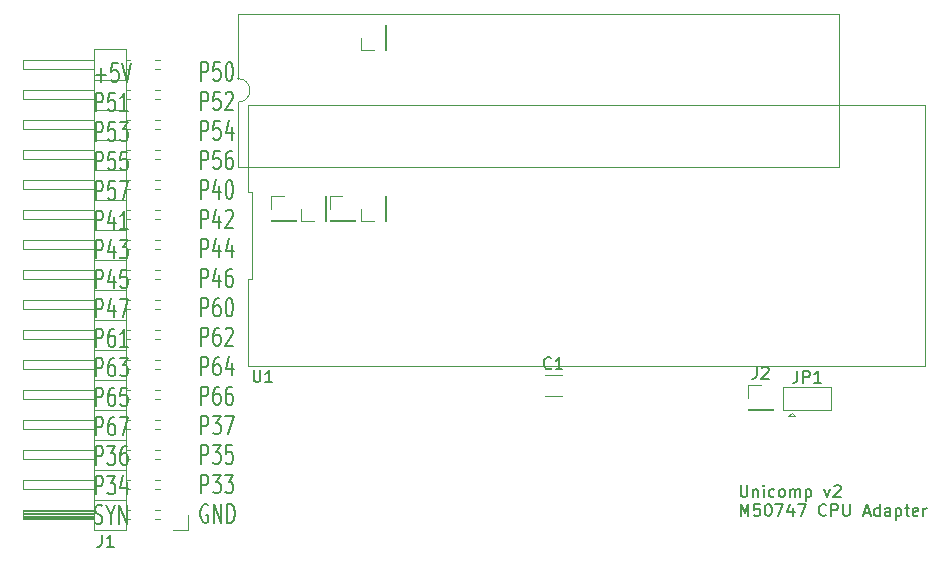
<source format=gbr>
%TF.GenerationSoftware,KiCad,Pcbnew,7.0.9-7.0.9~ubuntu20.04.1*%
%TF.CreationDate,2023-12-28T04:39:14+01:00*%
%TF.ProjectId,M50747_SDIP,4d353037-3437-45f5-9344-49502e6b6963,rev?*%
%TF.SameCoordinates,Original*%
%TF.FileFunction,Legend,Top*%
%TF.FilePolarity,Positive*%
%FSLAX46Y46*%
G04 Gerber Fmt 4.6, Leading zero omitted, Abs format (unit mm)*
G04 Created by KiCad (PCBNEW 7.0.9-7.0.9~ubuntu20.04.1) date 2023-12-28 04:39:14*
%MOMM*%
%LPD*%
G01*
G04 APERTURE LIST*
%ADD10C,0.150000*%
%ADD11C,0.120000*%
G04 APERTURE END LIST*
D10*
X160360588Y-43779533D02*
X161198684Y-43779533D01*
X160779636Y-44370009D02*
X160779636Y-43189057D01*
X162246303Y-42820009D02*
X161722493Y-42820009D01*
X161722493Y-42820009D02*
X161670112Y-43558104D01*
X161670112Y-43558104D02*
X161722493Y-43484295D01*
X161722493Y-43484295D02*
X161827255Y-43410485D01*
X161827255Y-43410485D02*
X162089160Y-43410485D01*
X162089160Y-43410485D02*
X162193922Y-43484295D01*
X162193922Y-43484295D02*
X162246303Y-43558104D01*
X162246303Y-43558104D02*
X162298684Y-43705723D01*
X162298684Y-43705723D02*
X162298684Y-44074771D01*
X162298684Y-44074771D02*
X162246303Y-44222390D01*
X162246303Y-44222390D02*
X162193922Y-44296200D01*
X162193922Y-44296200D02*
X162089160Y-44370009D01*
X162089160Y-44370009D02*
X161827255Y-44370009D01*
X161827255Y-44370009D02*
X161722493Y-44296200D01*
X161722493Y-44296200D02*
X161670112Y-44222390D01*
X162612969Y-42820009D02*
X162979636Y-44370009D01*
X162979636Y-44370009D02*
X163346303Y-42820009D01*
X160360588Y-46865509D02*
X160360588Y-45315509D01*
X160360588Y-45315509D02*
X160779636Y-45315509D01*
X160779636Y-45315509D02*
X160884398Y-45389319D01*
X160884398Y-45389319D02*
X160936779Y-45463128D01*
X160936779Y-45463128D02*
X160989160Y-45610747D01*
X160989160Y-45610747D02*
X160989160Y-45832176D01*
X160989160Y-45832176D02*
X160936779Y-45979795D01*
X160936779Y-45979795D02*
X160884398Y-46053604D01*
X160884398Y-46053604D02*
X160779636Y-46127414D01*
X160779636Y-46127414D02*
X160360588Y-46127414D01*
X161984398Y-45315509D02*
X161460588Y-45315509D01*
X161460588Y-45315509D02*
X161408207Y-46053604D01*
X161408207Y-46053604D02*
X161460588Y-45979795D01*
X161460588Y-45979795D02*
X161565350Y-45905985D01*
X161565350Y-45905985D02*
X161827255Y-45905985D01*
X161827255Y-45905985D02*
X161932017Y-45979795D01*
X161932017Y-45979795D02*
X161984398Y-46053604D01*
X161984398Y-46053604D02*
X162036779Y-46201223D01*
X162036779Y-46201223D02*
X162036779Y-46570271D01*
X162036779Y-46570271D02*
X161984398Y-46717890D01*
X161984398Y-46717890D02*
X161932017Y-46791700D01*
X161932017Y-46791700D02*
X161827255Y-46865509D01*
X161827255Y-46865509D02*
X161565350Y-46865509D01*
X161565350Y-46865509D02*
X161460588Y-46791700D01*
X161460588Y-46791700D02*
X161408207Y-46717890D01*
X163084398Y-46865509D02*
X162455826Y-46865509D01*
X162770112Y-46865509D02*
X162770112Y-45315509D01*
X162770112Y-45315509D02*
X162665350Y-45536938D01*
X162665350Y-45536938D02*
X162560588Y-45684557D01*
X162560588Y-45684557D02*
X162455826Y-45758366D01*
X160360588Y-49361009D02*
X160360588Y-47811009D01*
X160360588Y-47811009D02*
X160779636Y-47811009D01*
X160779636Y-47811009D02*
X160884398Y-47884819D01*
X160884398Y-47884819D02*
X160936779Y-47958628D01*
X160936779Y-47958628D02*
X160989160Y-48106247D01*
X160989160Y-48106247D02*
X160989160Y-48327676D01*
X160989160Y-48327676D02*
X160936779Y-48475295D01*
X160936779Y-48475295D02*
X160884398Y-48549104D01*
X160884398Y-48549104D02*
X160779636Y-48622914D01*
X160779636Y-48622914D02*
X160360588Y-48622914D01*
X161984398Y-47811009D02*
X161460588Y-47811009D01*
X161460588Y-47811009D02*
X161408207Y-48549104D01*
X161408207Y-48549104D02*
X161460588Y-48475295D01*
X161460588Y-48475295D02*
X161565350Y-48401485D01*
X161565350Y-48401485D02*
X161827255Y-48401485D01*
X161827255Y-48401485D02*
X161932017Y-48475295D01*
X161932017Y-48475295D02*
X161984398Y-48549104D01*
X161984398Y-48549104D02*
X162036779Y-48696723D01*
X162036779Y-48696723D02*
X162036779Y-49065771D01*
X162036779Y-49065771D02*
X161984398Y-49213390D01*
X161984398Y-49213390D02*
X161932017Y-49287200D01*
X161932017Y-49287200D02*
X161827255Y-49361009D01*
X161827255Y-49361009D02*
X161565350Y-49361009D01*
X161565350Y-49361009D02*
X161460588Y-49287200D01*
X161460588Y-49287200D02*
X161408207Y-49213390D01*
X162403445Y-47811009D02*
X163084398Y-47811009D01*
X163084398Y-47811009D02*
X162717731Y-48401485D01*
X162717731Y-48401485D02*
X162874874Y-48401485D01*
X162874874Y-48401485D02*
X162979636Y-48475295D01*
X162979636Y-48475295D02*
X163032017Y-48549104D01*
X163032017Y-48549104D02*
X163084398Y-48696723D01*
X163084398Y-48696723D02*
X163084398Y-49065771D01*
X163084398Y-49065771D02*
X163032017Y-49213390D01*
X163032017Y-49213390D02*
X162979636Y-49287200D01*
X162979636Y-49287200D02*
X162874874Y-49361009D01*
X162874874Y-49361009D02*
X162560588Y-49361009D01*
X162560588Y-49361009D02*
X162455826Y-49287200D01*
X162455826Y-49287200D02*
X162403445Y-49213390D01*
X160360588Y-51856509D02*
X160360588Y-50306509D01*
X160360588Y-50306509D02*
X160779636Y-50306509D01*
X160779636Y-50306509D02*
X160884398Y-50380319D01*
X160884398Y-50380319D02*
X160936779Y-50454128D01*
X160936779Y-50454128D02*
X160989160Y-50601747D01*
X160989160Y-50601747D02*
X160989160Y-50823176D01*
X160989160Y-50823176D02*
X160936779Y-50970795D01*
X160936779Y-50970795D02*
X160884398Y-51044604D01*
X160884398Y-51044604D02*
X160779636Y-51118414D01*
X160779636Y-51118414D02*
X160360588Y-51118414D01*
X161984398Y-50306509D02*
X161460588Y-50306509D01*
X161460588Y-50306509D02*
X161408207Y-51044604D01*
X161408207Y-51044604D02*
X161460588Y-50970795D01*
X161460588Y-50970795D02*
X161565350Y-50896985D01*
X161565350Y-50896985D02*
X161827255Y-50896985D01*
X161827255Y-50896985D02*
X161932017Y-50970795D01*
X161932017Y-50970795D02*
X161984398Y-51044604D01*
X161984398Y-51044604D02*
X162036779Y-51192223D01*
X162036779Y-51192223D02*
X162036779Y-51561271D01*
X162036779Y-51561271D02*
X161984398Y-51708890D01*
X161984398Y-51708890D02*
X161932017Y-51782700D01*
X161932017Y-51782700D02*
X161827255Y-51856509D01*
X161827255Y-51856509D02*
X161565350Y-51856509D01*
X161565350Y-51856509D02*
X161460588Y-51782700D01*
X161460588Y-51782700D02*
X161408207Y-51708890D01*
X163032017Y-50306509D02*
X162508207Y-50306509D01*
X162508207Y-50306509D02*
X162455826Y-51044604D01*
X162455826Y-51044604D02*
X162508207Y-50970795D01*
X162508207Y-50970795D02*
X162612969Y-50896985D01*
X162612969Y-50896985D02*
X162874874Y-50896985D01*
X162874874Y-50896985D02*
X162979636Y-50970795D01*
X162979636Y-50970795D02*
X163032017Y-51044604D01*
X163032017Y-51044604D02*
X163084398Y-51192223D01*
X163084398Y-51192223D02*
X163084398Y-51561271D01*
X163084398Y-51561271D02*
X163032017Y-51708890D01*
X163032017Y-51708890D02*
X162979636Y-51782700D01*
X162979636Y-51782700D02*
X162874874Y-51856509D01*
X162874874Y-51856509D02*
X162612969Y-51856509D01*
X162612969Y-51856509D02*
X162508207Y-51782700D01*
X162508207Y-51782700D02*
X162455826Y-51708890D01*
X160360588Y-54352009D02*
X160360588Y-52802009D01*
X160360588Y-52802009D02*
X160779636Y-52802009D01*
X160779636Y-52802009D02*
X160884398Y-52875819D01*
X160884398Y-52875819D02*
X160936779Y-52949628D01*
X160936779Y-52949628D02*
X160989160Y-53097247D01*
X160989160Y-53097247D02*
X160989160Y-53318676D01*
X160989160Y-53318676D02*
X160936779Y-53466295D01*
X160936779Y-53466295D02*
X160884398Y-53540104D01*
X160884398Y-53540104D02*
X160779636Y-53613914D01*
X160779636Y-53613914D02*
X160360588Y-53613914D01*
X161984398Y-52802009D02*
X161460588Y-52802009D01*
X161460588Y-52802009D02*
X161408207Y-53540104D01*
X161408207Y-53540104D02*
X161460588Y-53466295D01*
X161460588Y-53466295D02*
X161565350Y-53392485D01*
X161565350Y-53392485D02*
X161827255Y-53392485D01*
X161827255Y-53392485D02*
X161932017Y-53466295D01*
X161932017Y-53466295D02*
X161984398Y-53540104D01*
X161984398Y-53540104D02*
X162036779Y-53687723D01*
X162036779Y-53687723D02*
X162036779Y-54056771D01*
X162036779Y-54056771D02*
X161984398Y-54204390D01*
X161984398Y-54204390D02*
X161932017Y-54278200D01*
X161932017Y-54278200D02*
X161827255Y-54352009D01*
X161827255Y-54352009D02*
X161565350Y-54352009D01*
X161565350Y-54352009D02*
X161460588Y-54278200D01*
X161460588Y-54278200D02*
X161408207Y-54204390D01*
X162403445Y-52802009D02*
X163136779Y-52802009D01*
X163136779Y-52802009D02*
X162665350Y-54352009D01*
X160360588Y-56847509D02*
X160360588Y-55297509D01*
X160360588Y-55297509D02*
X160779636Y-55297509D01*
X160779636Y-55297509D02*
X160884398Y-55371319D01*
X160884398Y-55371319D02*
X160936779Y-55445128D01*
X160936779Y-55445128D02*
X160989160Y-55592747D01*
X160989160Y-55592747D02*
X160989160Y-55814176D01*
X160989160Y-55814176D02*
X160936779Y-55961795D01*
X160936779Y-55961795D02*
X160884398Y-56035604D01*
X160884398Y-56035604D02*
X160779636Y-56109414D01*
X160779636Y-56109414D02*
X160360588Y-56109414D01*
X161932017Y-55814176D02*
X161932017Y-56847509D01*
X161670112Y-55223700D02*
X161408207Y-56330842D01*
X161408207Y-56330842D02*
X162089160Y-56330842D01*
X163084398Y-56847509D02*
X162455826Y-56847509D01*
X162770112Y-56847509D02*
X162770112Y-55297509D01*
X162770112Y-55297509D02*
X162665350Y-55518938D01*
X162665350Y-55518938D02*
X162560588Y-55666557D01*
X162560588Y-55666557D02*
X162455826Y-55740366D01*
X160360588Y-59343009D02*
X160360588Y-57793009D01*
X160360588Y-57793009D02*
X160779636Y-57793009D01*
X160779636Y-57793009D02*
X160884398Y-57866819D01*
X160884398Y-57866819D02*
X160936779Y-57940628D01*
X160936779Y-57940628D02*
X160989160Y-58088247D01*
X160989160Y-58088247D02*
X160989160Y-58309676D01*
X160989160Y-58309676D02*
X160936779Y-58457295D01*
X160936779Y-58457295D02*
X160884398Y-58531104D01*
X160884398Y-58531104D02*
X160779636Y-58604914D01*
X160779636Y-58604914D02*
X160360588Y-58604914D01*
X161932017Y-58309676D02*
X161932017Y-59343009D01*
X161670112Y-57719200D02*
X161408207Y-58826342D01*
X161408207Y-58826342D02*
X162089160Y-58826342D01*
X162403445Y-57793009D02*
X163084398Y-57793009D01*
X163084398Y-57793009D02*
X162717731Y-58383485D01*
X162717731Y-58383485D02*
X162874874Y-58383485D01*
X162874874Y-58383485D02*
X162979636Y-58457295D01*
X162979636Y-58457295D02*
X163032017Y-58531104D01*
X163032017Y-58531104D02*
X163084398Y-58678723D01*
X163084398Y-58678723D02*
X163084398Y-59047771D01*
X163084398Y-59047771D02*
X163032017Y-59195390D01*
X163032017Y-59195390D02*
X162979636Y-59269200D01*
X162979636Y-59269200D02*
X162874874Y-59343009D01*
X162874874Y-59343009D02*
X162560588Y-59343009D01*
X162560588Y-59343009D02*
X162455826Y-59269200D01*
X162455826Y-59269200D02*
X162403445Y-59195390D01*
X160360588Y-61838509D02*
X160360588Y-60288509D01*
X160360588Y-60288509D02*
X160779636Y-60288509D01*
X160779636Y-60288509D02*
X160884398Y-60362319D01*
X160884398Y-60362319D02*
X160936779Y-60436128D01*
X160936779Y-60436128D02*
X160989160Y-60583747D01*
X160989160Y-60583747D02*
X160989160Y-60805176D01*
X160989160Y-60805176D02*
X160936779Y-60952795D01*
X160936779Y-60952795D02*
X160884398Y-61026604D01*
X160884398Y-61026604D02*
X160779636Y-61100414D01*
X160779636Y-61100414D02*
X160360588Y-61100414D01*
X161932017Y-60805176D02*
X161932017Y-61838509D01*
X161670112Y-60214700D02*
X161408207Y-61321842D01*
X161408207Y-61321842D02*
X162089160Y-61321842D01*
X163032017Y-60288509D02*
X162508207Y-60288509D01*
X162508207Y-60288509D02*
X162455826Y-61026604D01*
X162455826Y-61026604D02*
X162508207Y-60952795D01*
X162508207Y-60952795D02*
X162612969Y-60878985D01*
X162612969Y-60878985D02*
X162874874Y-60878985D01*
X162874874Y-60878985D02*
X162979636Y-60952795D01*
X162979636Y-60952795D02*
X163032017Y-61026604D01*
X163032017Y-61026604D02*
X163084398Y-61174223D01*
X163084398Y-61174223D02*
X163084398Y-61543271D01*
X163084398Y-61543271D02*
X163032017Y-61690890D01*
X163032017Y-61690890D02*
X162979636Y-61764700D01*
X162979636Y-61764700D02*
X162874874Y-61838509D01*
X162874874Y-61838509D02*
X162612969Y-61838509D01*
X162612969Y-61838509D02*
X162508207Y-61764700D01*
X162508207Y-61764700D02*
X162455826Y-61690890D01*
X160360588Y-64334009D02*
X160360588Y-62784009D01*
X160360588Y-62784009D02*
X160779636Y-62784009D01*
X160779636Y-62784009D02*
X160884398Y-62857819D01*
X160884398Y-62857819D02*
X160936779Y-62931628D01*
X160936779Y-62931628D02*
X160989160Y-63079247D01*
X160989160Y-63079247D02*
X160989160Y-63300676D01*
X160989160Y-63300676D02*
X160936779Y-63448295D01*
X160936779Y-63448295D02*
X160884398Y-63522104D01*
X160884398Y-63522104D02*
X160779636Y-63595914D01*
X160779636Y-63595914D02*
X160360588Y-63595914D01*
X161932017Y-63300676D02*
X161932017Y-64334009D01*
X161670112Y-62710200D02*
X161408207Y-63817342D01*
X161408207Y-63817342D02*
X162089160Y-63817342D01*
X162403445Y-62784009D02*
X163136779Y-62784009D01*
X163136779Y-62784009D02*
X162665350Y-64334009D01*
X160360588Y-66829509D02*
X160360588Y-65279509D01*
X160360588Y-65279509D02*
X160779636Y-65279509D01*
X160779636Y-65279509D02*
X160884398Y-65353319D01*
X160884398Y-65353319D02*
X160936779Y-65427128D01*
X160936779Y-65427128D02*
X160989160Y-65574747D01*
X160989160Y-65574747D02*
X160989160Y-65796176D01*
X160989160Y-65796176D02*
X160936779Y-65943795D01*
X160936779Y-65943795D02*
X160884398Y-66017604D01*
X160884398Y-66017604D02*
X160779636Y-66091414D01*
X160779636Y-66091414D02*
X160360588Y-66091414D01*
X161932017Y-65279509D02*
X161722493Y-65279509D01*
X161722493Y-65279509D02*
X161617731Y-65353319D01*
X161617731Y-65353319D02*
X161565350Y-65427128D01*
X161565350Y-65427128D02*
X161460588Y-65648557D01*
X161460588Y-65648557D02*
X161408207Y-65943795D01*
X161408207Y-65943795D02*
X161408207Y-66534271D01*
X161408207Y-66534271D02*
X161460588Y-66681890D01*
X161460588Y-66681890D02*
X161512969Y-66755700D01*
X161512969Y-66755700D02*
X161617731Y-66829509D01*
X161617731Y-66829509D02*
X161827255Y-66829509D01*
X161827255Y-66829509D02*
X161932017Y-66755700D01*
X161932017Y-66755700D02*
X161984398Y-66681890D01*
X161984398Y-66681890D02*
X162036779Y-66534271D01*
X162036779Y-66534271D02*
X162036779Y-66165223D01*
X162036779Y-66165223D02*
X161984398Y-66017604D01*
X161984398Y-66017604D02*
X161932017Y-65943795D01*
X161932017Y-65943795D02*
X161827255Y-65869985D01*
X161827255Y-65869985D02*
X161617731Y-65869985D01*
X161617731Y-65869985D02*
X161512969Y-65943795D01*
X161512969Y-65943795D02*
X161460588Y-66017604D01*
X161460588Y-66017604D02*
X161408207Y-66165223D01*
X163084398Y-66829509D02*
X162455826Y-66829509D01*
X162770112Y-66829509D02*
X162770112Y-65279509D01*
X162770112Y-65279509D02*
X162665350Y-65500938D01*
X162665350Y-65500938D02*
X162560588Y-65648557D01*
X162560588Y-65648557D02*
X162455826Y-65722366D01*
X160360588Y-69325009D02*
X160360588Y-67775009D01*
X160360588Y-67775009D02*
X160779636Y-67775009D01*
X160779636Y-67775009D02*
X160884398Y-67848819D01*
X160884398Y-67848819D02*
X160936779Y-67922628D01*
X160936779Y-67922628D02*
X160989160Y-68070247D01*
X160989160Y-68070247D02*
X160989160Y-68291676D01*
X160989160Y-68291676D02*
X160936779Y-68439295D01*
X160936779Y-68439295D02*
X160884398Y-68513104D01*
X160884398Y-68513104D02*
X160779636Y-68586914D01*
X160779636Y-68586914D02*
X160360588Y-68586914D01*
X161932017Y-67775009D02*
X161722493Y-67775009D01*
X161722493Y-67775009D02*
X161617731Y-67848819D01*
X161617731Y-67848819D02*
X161565350Y-67922628D01*
X161565350Y-67922628D02*
X161460588Y-68144057D01*
X161460588Y-68144057D02*
X161408207Y-68439295D01*
X161408207Y-68439295D02*
X161408207Y-69029771D01*
X161408207Y-69029771D02*
X161460588Y-69177390D01*
X161460588Y-69177390D02*
X161512969Y-69251200D01*
X161512969Y-69251200D02*
X161617731Y-69325009D01*
X161617731Y-69325009D02*
X161827255Y-69325009D01*
X161827255Y-69325009D02*
X161932017Y-69251200D01*
X161932017Y-69251200D02*
X161984398Y-69177390D01*
X161984398Y-69177390D02*
X162036779Y-69029771D01*
X162036779Y-69029771D02*
X162036779Y-68660723D01*
X162036779Y-68660723D02*
X161984398Y-68513104D01*
X161984398Y-68513104D02*
X161932017Y-68439295D01*
X161932017Y-68439295D02*
X161827255Y-68365485D01*
X161827255Y-68365485D02*
X161617731Y-68365485D01*
X161617731Y-68365485D02*
X161512969Y-68439295D01*
X161512969Y-68439295D02*
X161460588Y-68513104D01*
X161460588Y-68513104D02*
X161408207Y-68660723D01*
X162403445Y-67775009D02*
X163084398Y-67775009D01*
X163084398Y-67775009D02*
X162717731Y-68365485D01*
X162717731Y-68365485D02*
X162874874Y-68365485D01*
X162874874Y-68365485D02*
X162979636Y-68439295D01*
X162979636Y-68439295D02*
X163032017Y-68513104D01*
X163032017Y-68513104D02*
X163084398Y-68660723D01*
X163084398Y-68660723D02*
X163084398Y-69029771D01*
X163084398Y-69029771D02*
X163032017Y-69177390D01*
X163032017Y-69177390D02*
X162979636Y-69251200D01*
X162979636Y-69251200D02*
X162874874Y-69325009D01*
X162874874Y-69325009D02*
X162560588Y-69325009D01*
X162560588Y-69325009D02*
X162455826Y-69251200D01*
X162455826Y-69251200D02*
X162403445Y-69177390D01*
X160360588Y-71820509D02*
X160360588Y-70270509D01*
X160360588Y-70270509D02*
X160779636Y-70270509D01*
X160779636Y-70270509D02*
X160884398Y-70344319D01*
X160884398Y-70344319D02*
X160936779Y-70418128D01*
X160936779Y-70418128D02*
X160989160Y-70565747D01*
X160989160Y-70565747D02*
X160989160Y-70787176D01*
X160989160Y-70787176D02*
X160936779Y-70934795D01*
X160936779Y-70934795D02*
X160884398Y-71008604D01*
X160884398Y-71008604D02*
X160779636Y-71082414D01*
X160779636Y-71082414D02*
X160360588Y-71082414D01*
X161932017Y-70270509D02*
X161722493Y-70270509D01*
X161722493Y-70270509D02*
X161617731Y-70344319D01*
X161617731Y-70344319D02*
X161565350Y-70418128D01*
X161565350Y-70418128D02*
X161460588Y-70639557D01*
X161460588Y-70639557D02*
X161408207Y-70934795D01*
X161408207Y-70934795D02*
X161408207Y-71525271D01*
X161408207Y-71525271D02*
X161460588Y-71672890D01*
X161460588Y-71672890D02*
X161512969Y-71746700D01*
X161512969Y-71746700D02*
X161617731Y-71820509D01*
X161617731Y-71820509D02*
X161827255Y-71820509D01*
X161827255Y-71820509D02*
X161932017Y-71746700D01*
X161932017Y-71746700D02*
X161984398Y-71672890D01*
X161984398Y-71672890D02*
X162036779Y-71525271D01*
X162036779Y-71525271D02*
X162036779Y-71156223D01*
X162036779Y-71156223D02*
X161984398Y-71008604D01*
X161984398Y-71008604D02*
X161932017Y-70934795D01*
X161932017Y-70934795D02*
X161827255Y-70860985D01*
X161827255Y-70860985D02*
X161617731Y-70860985D01*
X161617731Y-70860985D02*
X161512969Y-70934795D01*
X161512969Y-70934795D02*
X161460588Y-71008604D01*
X161460588Y-71008604D02*
X161408207Y-71156223D01*
X163032017Y-70270509D02*
X162508207Y-70270509D01*
X162508207Y-70270509D02*
X162455826Y-71008604D01*
X162455826Y-71008604D02*
X162508207Y-70934795D01*
X162508207Y-70934795D02*
X162612969Y-70860985D01*
X162612969Y-70860985D02*
X162874874Y-70860985D01*
X162874874Y-70860985D02*
X162979636Y-70934795D01*
X162979636Y-70934795D02*
X163032017Y-71008604D01*
X163032017Y-71008604D02*
X163084398Y-71156223D01*
X163084398Y-71156223D02*
X163084398Y-71525271D01*
X163084398Y-71525271D02*
X163032017Y-71672890D01*
X163032017Y-71672890D02*
X162979636Y-71746700D01*
X162979636Y-71746700D02*
X162874874Y-71820509D01*
X162874874Y-71820509D02*
X162612969Y-71820509D01*
X162612969Y-71820509D02*
X162508207Y-71746700D01*
X162508207Y-71746700D02*
X162455826Y-71672890D01*
X160360588Y-74316009D02*
X160360588Y-72766009D01*
X160360588Y-72766009D02*
X160779636Y-72766009D01*
X160779636Y-72766009D02*
X160884398Y-72839819D01*
X160884398Y-72839819D02*
X160936779Y-72913628D01*
X160936779Y-72913628D02*
X160989160Y-73061247D01*
X160989160Y-73061247D02*
X160989160Y-73282676D01*
X160989160Y-73282676D02*
X160936779Y-73430295D01*
X160936779Y-73430295D02*
X160884398Y-73504104D01*
X160884398Y-73504104D02*
X160779636Y-73577914D01*
X160779636Y-73577914D02*
X160360588Y-73577914D01*
X161932017Y-72766009D02*
X161722493Y-72766009D01*
X161722493Y-72766009D02*
X161617731Y-72839819D01*
X161617731Y-72839819D02*
X161565350Y-72913628D01*
X161565350Y-72913628D02*
X161460588Y-73135057D01*
X161460588Y-73135057D02*
X161408207Y-73430295D01*
X161408207Y-73430295D02*
X161408207Y-74020771D01*
X161408207Y-74020771D02*
X161460588Y-74168390D01*
X161460588Y-74168390D02*
X161512969Y-74242200D01*
X161512969Y-74242200D02*
X161617731Y-74316009D01*
X161617731Y-74316009D02*
X161827255Y-74316009D01*
X161827255Y-74316009D02*
X161932017Y-74242200D01*
X161932017Y-74242200D02*
X161984398Y-74168390D01*
X161984398Y-74168390D02*
X162036779Y-74020771D01*
X162036779Y-74020771D02*
X162036779Y-73651723D01*
X162036779Y-73651723D02*
X161984398Y-73504104D01*
X161984398Y-73504104D02*
X161932017Y-73430295D01*
X161932017Y-73430295D02*
X161827255Y-73356485D01*
X161827255Y-73356485D02*
X161617731Y-73356485D01*
X161617731Y-73356485D02*
X161512969Y-73430295D01*
X161512969Y-73430295D02*
X161460588Y-73504104D01*
X161460588Y-73504104D02*
X161408207Y-73651723D01*
X162403445Y-72766009D02*
X163136779Y-72766009D01*
X163136779Y-72766009D02*
X162665350Y-74316009D01*
X160360588Y-76811509D02*
X160360588Y-75261509D01*
X160360588Y-75261509D02*
X160779636Y-75261509D01*
X160779636Y-75261509D02*
X160884398Y-75335319D01*
X160884398Y-75335319D02*
X160936779Y-75409128D01*
X160936779Y-75409128D02*
X160989160Y-75556747D01*
X160989160Y-75556747D02*
X160989160Y-75778176D01*
X160989160Y-75778176D02*
X160936779Y-75925795D01*
X160936779Y-75925795D02*
X160884398Y-75999604D01*
X160884398Y-75999604D02*
X160779636Y-76073414D01*
X160779636Y-76073414D02*
X160360588Y-76073414D01*
X161355826Y-75261509D02*
X162036779Y-75261509D01*
X162036779Y-75261509D02*
X161670112Y-75851985D01*
X161670112Y-75851985D02*
X161827255Y-75851985D01*
X161827255Y-75851985D02*
X161932017Y-75925795D01*
X161932017Y-75925795D02*
X161984398Y-75999604D01*
X161984398Y-75999604D02*
X162036779Y-76147223D01*
X162036779Y-76147223D02*
X162036779Y-76516271D01*
X162036779Y-76516271D02*
X161984398Y-76663890D01*
X161984398Y-76663890D02*
X161932017Y-76737700D01*
X161932017Y-76737700D02*
X161827255Y-76811509D01*
X161827255Y-76811509D02*
X161512969Y-76811509D01*
X161512969Y-76811509D02*
X161408207Y-76737700D01*
X161408207Y-76737700D02*
X161355826Y-76663890D01*
X162979636Y-75261509D02*
X162770112Y-75261509D01*
X162770112Y-75261509D02*
X162665350Y-75335319D01*
X162665350Y-75335319D02*
X162612969Y-75409128D01*
X162612969Y-75409128D02*
X162508207Y-75630557D01*
X162508207Y-75630557D02*
X162455826Y-75925795D01*
X162455826Y-75925795D02*
X162455826Y-76516271D01*
X162455826Y-76516271D02*
X162508207Y-76663890D01*
X162508207Y-76663890D02*
X162560588Y-76737700D01*
X162560588Y-76737700D02*
X162665350Y-76811509D01*
X162665350Y-76811509D02*
X162874874Y-76811509D01*
X162874874Y-76811509D02*
X162979636Y-76737700D01*
X162979636Y-76737700D02*
X163032017Y-76663890D01*
X163032017Y-76663890D02*
X163084398Y-76516271D01*
X163084398Y-76516271D02*
X163084398Y-76147223D01*
X163084398Y-76147223D02*
X163032017Y-75999604D01*
X163032017Y-75999604D02*
X162979636Y-75925795D01*
X162979636Y-75925795D02*
X162874874Y-75851985D01*
X162874874Y-75851985D02*
X162665350Y-75851985D01*
X162665350Y-75851985D02*
X162560588Y-75925795D01*
X162560588Y-75925795D02*
X162508207Y-75999604D01*
X162508207Y-75999604D02*
X162455826Y-76147223D01*
X160360588Y-79307009D02*
X160360588Y-77757009D01*
X160360588Y-77757009D02*
X160779636Y-77757009D01*
X160779636Y-77757009D02*
X160884398Y-77830819D01*
X160884398Y-77830819D02*
X160936779Y-77904628D01*
X160936779Y-77904628D02*
X160989160Y-78052247D01*
X160989160Y-78052247D02*
X160989160Y-78273676D01*
X160989160Y-78273676D02*
X160936779Y-78421295D01*
X160936779Y-78421295D02*
X160884398Y-78495104D01*
X160884398Y-78495104D02*
X160779636Y-78568914D01*
X160779636Y-78568914D02*
X160360588Y-78568914D01*
X161355826Y-77757009D02*
X162036779Y-77757009D01*
X162036779Y-77757009D02*
X161670112Y-78347485D01*
X161670112Y-78347485D02*
X161827255Y-78347485D01*
X161827255Y-78347485D02*
X161932017Y-78421295D01*
X161932017Y-78421295D02*
X161984398Y-78495104D01*
X161984398Y-78495104D02*
X162036779Y-78642723D01*
X162036779Y-78642723D02*
X162036779Y-79011771D01*
X162036779Y-79011771D02*
X161984398Y-79159390D01*
X161984398Y-79159390D02*
X161932017Y-79233200D01*
X161932017Y-79233200D02*
X161827255Y-79307009D01*
X161827255Y-79307009D02*
X161512969Y-79307009D01*
X161512969Y-79307009D02*
X161408207Y-79233200D01*
X161408207Y-79233200D02*
X161355826Y-79159390D01*
X162979636Y-78273676D02*
X162979636Y-79307009D01*
X162717731Y-77683200D02*
X162455826Y-78790342D01*
X162455826Y-78790342D02*
X163136779Y-78790342D01*
X160308207Y-81728700D02*
X160465350Y-81802509D01*
X160465350Y-81802509D02*
X160727255Y-81802509D01*
X160727255Y-81802509D02*
X160832017Y-81728700D01*
X160832017Y-81728700D02*
X160884398Y-81654890D01*
X160884398Y-81654890D02*
X160936779Y-81507271D01*
X160936779Y-81507271D02*
X160936779Y-81359652D01*
X160936779Y-81359652D02*
X160884398Y-81212033D01*
X160884398Y-81212033D02*
X160832017Y-81138223D01*
X160832017Y-81138223D02*
X160727255Y-81064414D01*
X160727255Y-81064414D02*
X160517731Y-80990604D01*
X160517731Y-80990604D02*
X160412969Y-80916795D01*
X160412969Y-80916795D02*
X160360588Y-80842985D01*
X160360588Y-80842985D02*
X160308207Y-80695366D01*
X160308207Y-80695366D02*
X160308207Y-80547747D01*
X160308207Y-80547747D02*
X160360588Y-80400128D01*
X160360588Y-80400128D02*
X160412969Y-80326319D01*
X160412969Y-80326319D02*
X160517731Y-80252509D01*
X160517731Y-80252509D02*
X160779636Y-80252509D01*
X160779636Y-80252509D02*
X160936779Y-80326319D01*
X161617731Y-81064414D02*
X161617731Y-81802509D01*
X161251064Y-80252509D02*
X161617731Y-81064414D01*
X161617731Y-81064414D02*
X161984398Y-80252509D01*
X162351064Y-81802509D02*
X162351064Y-80252509D01*
X162351064Y-80252509D02*
X162979636Y-81802509D01*
X162979636Y-81802509D02*
X162979636Y-80252509D01*
X214966779Y-78539819D02*
X214966779Y-79349342D01*
X214966779Y-79349342D02*
X215014398Y-79444580D01*
X215014398Y-79444580D02*
X215062017Y-79492200D01*
X215062017Y-79492200D02*
X215157255Y-79539819D01*
X215157255Y-79539819D02*
X215347731Y-79539819D01*
X215347731Y-79539819D02*
X215442969Y-79492200D01*
X215442969Y-79492200D02*
X215490588Y-79444580D01*
X215490588Y-79444580D02*
X215538207Y-79349342D01*
X215538207Y-79349342D02*
X215538207Y-78539819D01*
X216014398Y-78873152D02*
X216014398Y-79539819D01*
X216014398Y-78968390D02*
X216062017Y-78920771D01*
X216062017Y-78920771D02*
X216157255Y-78873152D01*
X216157255Y-78873152D02*
X216300112Y-78873152D01*
X216300112Y-78873152D02*
X216395350Y-78920771D01*
X216395350Y-78920771D02*
X216442969Y-79016009D01*
X216442969Y-79016009D02*
X216442969Y-79539819D01*
X216919160Y-79539819D02*
X216919160Y-78873152D01*
X216919160Y-78539819D02*
X216871541Y-78587438D01*
X216871541Y-78587438D02*
X216919160Y-78635057D01*
X216919160Y-78635057D02*
X216966779Y-78587438D01*
X216966779Y-78587438D02*
X216919160Y-78539819D01*
X216919160Y-78539819D02*
X216919160Y-78635057D01*
X217823921Y-79492200D02*
X217728683Y-79539819D01*
X217728683Y-79539819D02*
X217538207Y-79539819D01*
X217538207Y-79539819D02*
X217442969Y-79492200D01*
X217442969Y-79492200D02*
X217395350Y-79444580D01*
X217395350Y-79444580D02*
X217347731Y-79349342D01*
X217347731Y-79349342D02*
X217347731Y-79063628D01*
X217347731Y-79063628D02*
X217395350Y-78968390D01*
X217395350Y-78968390D02*
X217442969Y-78920771D01*
X217442969Y-78920771D02*
X217538207Y-78873152D01*
X217538207Y-78873152D02*
X217728683Y-78873152D01*
X217728683Y-78873152D02*
X217823921Y-78920771D01*
X218395350Y-79539819D02*
X218300112Y-79492200D01*
X218300112Y-79492200D02*
X218252493Y-79444580D01*
X218252493Y-79444580D02*
X218204874Y-79349342D01*
X218204874Y-79349342D02*
X218204874Y-79063628D01*
X218204874Y-79063628D02*
X218252493Y-78968390D01*
X218252493Y-78968390D02*
X218300112Y-78920771D01*
X218300112Y-78920771D02*
X218395350Y-78873152D01*
X218395350Y-78873152D02*
X218538207Y-78873152D01*
X218538207Y-78873152D02*
X218633445Y-78920771D01*
X218633445Y-78920771D02*
X218681064Y-78968390D01*
X218681064Y-78968390D02*
X218728683Y-79063628D01*
X218728683Y-79063628D02*
X218728683Y-79349342D01*
X218728683Y-79349342D02*
X218681064Y-79444580D01*
X218681064Y-79444580D02*
X218633445Y-79492200D01*
X218633445Y-79492200D02*
X218538207Y-79539819D01*
X218538207Y-79539819D02*
X218395350Y-79539819D01*
X219157255Y-79539819D02*
X219157255Y-78873152D01*
X219157255Y-78968390D02*
X219204874Y-78920771D01*
X219204874Y-78920771D02*
X219300112Y-78873152D01*
X219300112Y-78873152D02*
X219442969Y-78873152D01*
X219442969Y-78873152D02*
X219538207Y-78920771D01*
X219538207Y-78920771D02*
X219585826Y-79016009D01*
X219585826Y-79016009D02*
X219585826Y-79539819D01*
X219585826Y-79016009D02*
X219633445Y-78920771D01*
X219633445Y-78920771D02*
X219728683Y-78873152D01*
X219728683Y-78873152D02*
X219871540Y-78873152D01*
X219871540Y-78873152D02*
X219966779Y-78920771D01*
X219966779Y-78920771D02*
X220014398Y-79016009D01*
X220014398Y-79016009D02*
X220014398Y-79539819D01*
X220490588Y-78873152D02*
X220490588Y-79873152D01*
X220490588Y-78920771D02*
X220585826Y-78873152D01*
X220585826Y-78873152D02*
X220776302Y-78873152D01*
X220776302Y-78873152D02*
X220871540Y-78920771D01*
X220871540Y-78920771D02*
X220919159Y-78968390D01*
X220919159Y-78968390D02*
X220966778Y-79063628D01*
X220966778Y-79063628D02*
X220966778Y-79349342D01*
X220966778Y-79349342D02*
X220919159Y-79444580D01*
X220919159Y-79444580D02*
X220871540Y-79492200D01*
X220871540Y-79492200D02*
X220776302Y-79539819D01*
X220776302Y-79539819D02*
X220585826Y-79539819D01*
X220585826Y-79539819D02*
X220490588Y-79492200D01*
X222062017Y-78873152D02*
X222300112Y-79539819D01*
X222300112Y-79539819D02*
X222538207Y-78873152D01*
X222871541Y-78635057D02*
X222919160Y-78587438D01*
X222919160Y-78587438D02*
X223014398Y-78539819D01*
X223014398Y-78539819D02*
X223252493Y-78539819D01*
X223252493Y-78539819D02*
X223347731Y-78587438D01*
X223347731Y-78587438D02*
X223395350Y-78635057D01*
X223395350Y-78635057D02*
X223442969Y-78730295D01*
X223442969Y-78730295D02*
X223442969Y-78825533D01*
X223442969Y-78825533D02*
X223395350Y-78968390D01*
X223395350Y-78968390D02*
X222823922Y-79539819D01*
X222823922Y-79539819D02*
X223442969Y-79539819D01*
X214966779Y-81149819D02*
X214966779Y-80149819D01*
X214966779Y-80149819D02*
X215300112Y-80864104D01*
X215300112Y-80864104D02*
X215633445Y-80149819D01*
X215633445Y-80149819D02*
X215633445Y-81149819D01*
X216585826Y-80149819D02*
X216109636Y-80149819D01*
X216109636Y-80149819D02*
X216062017Y-80626009D01*
X216062017Y-80626009D02*
X216109636Y-80578390D01*
X216109636Y-80578390D02*
X216204874Y-80530771D01*
X216204874Y-80530771D02*
X216442969Y-80530771D01*
X216442969Y-80530771D02*
X216538207Y-80578390D01*
X216538207Y-80578390D02*
X216585826Y-80626009D01*
X216585826Y-80626009D02*
X216633445Y-80721247D01*
X216633445Y-80721247D02*
X216633445Y-80959342D01*
X216633445Y-80959342D02*
X216585826Y-81054580D01*
X216585826Y-81054580D02*
X216538207Y-81102200D01*
X216538207Y-81102200D02*
X216442969Y-81149819D01*
X216442969Y-81149819D02*
X216204874Y-81149819D01*
X216204874Y-81149819D02*
X216109636Y-81102200D01*
X216109636Y-81102200D02*
X216062017Y-81054580D01*
X217252493Y-80149819D02*
X217347731Y-80149819D01*
X217347731Y-80149819D02*
X217442969Y-80197438D01*
X217442969Y-80197438D02*
X217490588Y-80245057D01*
X217490588Y-80245057D02*
X217538207Y-80340295D01*
X217538207Y-80340295D02*
X217585826Y-80530771D01*
X217585826Y-80530771D02*
X217585826Y-80768866D01*
X217585826Y-80768866D02*
X217538207Y-80959342D01*
X217538207Y-80959342D02*
X217490588Y-81054580D01*
X217490588Y-81054580D02*
X217442969Y-81102200D01*
X217442969Y-81102200D02*
X217347731Y-81149819D01*
X217347731Y-81149819D02*
X217252493Y-81149819D01*
X217252493Y-81149819D02*
X217157255Y-81102200D01*
X217157255Y-81102200D02*
X217109636Y-81054580D01*
X217109636Y-81054580D02*
X217062017Y-80959342D01*
X217062017Y-80959342D02*
X217014398Y-80768866D01*
X217014398Y-80768866D02*
X217014398Y-80530771D01*
X217014398Y-80530771D02*
X217062017Y-80340295D01*
X217062017Y-80340295D02*
X217109636Y-80245057D01*
X217109636Y-80245057D02*
X217157255Y-80197438D01*
X217157255Y-80197438D02*
X217252493Y-80149819D01*
X217919160Y-80149819D02*
X218585826Y-80149819D01*
X218585826Y-80149819D02*
X218157255Y-81149819D01*
X219395350Y-80483152D02*
X219395350Y-81149819D01*
X219157255Y-80102200D02*
X218919160Y-80816485D01*
X218919160Y-80816485D02*
X219538207Y-80816485D01*
X219823922Y-80149819D02*
X220490588Y-80149819D01*
X220490588Y-80149819D02*
X220062017Y-81149819D01*
X222204874Y-81054580D02*
X222157255Y-81102200D01*
X222157255Y-81102200D02*
X222014398Y-81149819D01*
X222014398Y-81149819D02*
X221919160Y-81149819D01*
X221919160Y-81149819D02*
X221776303Y-81102200D01*
X221776303Y-81102200D02*
X221681065Y-81006961D01*
X221681065Y-81006961D02*
X221633446Y-80911723D01*
X221633446Y-80911723D02*
X221585827Y-80721247D01*
X221585827Y-80721247D02*
X221585827Y-80578390D01*
X221585827Y-80578390D02*
X221633446Y-80387914D01*
X221633446Y-80387914D02*
X221681065Y-80292676D01*
X221681065Y-80292676D02*
X221776303Y-80197438D01*
X221776303Y-80197438D02*
X221919160Y-80149819D01*
X221919160Y-80149819D02*
X222014398Y-80149819D01*
X222014398Y-80149819D02*
X222157255Y-80197438D01*
X222157255Y-80197438D02*
X222204874Y-80245057D01*
X222633446Y-81149819D02*
X222633446Y-80149819D01*
X222633446Y-80149819D02*
X223014398Y-80149819D01*
X223014398Y-80149819D02*
X223109636Y-80197438D01*
X223109636Y-80197438D02*
X223157255Y-80245057D01*
X223157255Y-80245057D02*
X223204874Y-80340295D01*
X223204874Y-80340295D02*
X223204874Y-80483152D01*
X223204874Y-80483152D02*
X223157255Y-80578390D01*
X223157255Y-80578390D02*
X223109636Y-80626009D01*
X223109636Y-80626009D02*
X223014398Y-80673628D01*
X223014398Y-80673628D02*
X222633446Y-80673628D01*
X223633446Y-80149819D02*
X223633446Y-80959342D01*
X223633446Y-80959342D02*
X223681065Y-81054580D01*
X223681065Y-81054580D02*
X223728684Y-81102200D01*
X223728684Y-81102200D02*
X223823922Y-81149819D01*
X223823922Y-81149819D02*
X224014398Y-81149819D01*
X224014398Y-81149819D02*
X224109636Y-81102200D01*
X224109636Y-81102200D02*
X224157255Y-81054580D01*
X224157255Y-81054580D02*
X224204874Y-80959342D01*
X224204874Y-80959342D02*
X224204874Y-80149819D01*
X225395351Y-80864104D02*
X225871541Y-80864104D01*
X225300113Y-81149819D02*
X225633446Y-80149819D01*
X225633446Y-80149819D02*
X225966779Y-81149819D01*
X226728684Y-81149819D02*
X226728684Y-80149819D01*
X226728684Y-81102200D02*
X226633446Y-81149819D01*
X226633446Y-81149819D02*
X226442970Y-81149819D01*
X226442970Y-81149819D02*
X226347732Y-81102200D01*
X226347732Y-81102200D02*
X226300113Y-81054580D01*
X226300113Y-81054580D02*
X226252494Y-80959342D01*
X226252494Y-80959342D02*
X226252494Y-80673628D01*
X226252494Y-80673628D02*
X226300113Y-80578390D01*
X226300113Y-80578390D02*
X226347732Y-80530771D01*
X226347732Y-80530771D02*
X226442970Y-80483152D01*
X226442970Y-80483152D02*
X226633446Y-80483152D01*
X226633446Y-80483152D02*
X226728684Y-80530771D01*
X227633446Y-81149819D02*
X227633446Y-80626009D01*
X227633446Y-80626009D02*
X227585827Y-80530771D01*
X227585827Y-80530771D02*
X227490589Y-80483152D01*
X227490589Y-80483152D02*
X227300113Y-80483152D01*
X227300113Y-80483152D02*
X227204875Y-80530771D01*
X227633446Y-81102200D02*
X227538208Y-81149819D01*
X227538208Y-81149819D02*
X227300113Y-81149819D01*
X227300113Y-81149819D02*
X227204875Y-81102200D01*
X227204875Y-81102200D02*
X227157256Y-81006961D01*
X227157256Y-81006961D02*
X227157256Y-80911723D01*
X227157256Y-80911723D02*
X227204875Y-80816485D01*
X227204875Y-80816485D02*
X227300113Y-80768866D01*
X227300113Y-80768866D02*
X227538208Y-80768866D01*
X227538208Y-80768866D02*
X227633446Y-80721247D01*
X228109637Y-80483152D02*
X228109637Y-81483152D01*
X228109637Y-80530771D02*
X228204875Y-80483152D01*
X228204875Y-80483152D02*
X228395351Y-80483152D01*
X228395351Y-80483152D02*
X228490589Y-80530771D01*
X228490589Y-80530771D02*
X228538208Y-80578390D01*
X228538208Y-80578390D02*
X228585827Y-80673628D01*
X228585827Y-80673628D02*
X228585827Y-80959342D01*
X228585827Y-80959342D02*
X228538208Y-81054580D01*
X228538208Y-81054580D02*
X228490589Y-81102200D01*
X228490589Y-81102200D02*
X228395351Y-81149819D01*
X228395351Y-81149819D02*
X228204875Y-81149819D01*
X228204875Y-81149819D02*
X228109637Y-81102200D01*
X228871542Y-80483152D02*
X229252494Y-80483152D01*
X229014399Y-80149819D02*
X229014399Y-81006961D01*
X229014399Y-81006961D02*
X229062018Y-81102200D01*
X229062018Y-81102200D02*
X229157256Y-81149819D01*
X229157256Y-81149819D02*
X229252494Y-81149819D01*
X229966780Y-81102200D02*
X229871542Y-81149819D01*
X229871542Y-81149819D02*
X229681066Y-81149819D01*
X229681066Y-81149819D02*
X229585828Y-81102200D01*
X229585828Y-81102200D02*
X229538209Y-81006961D01*
X229538209Y-81006961D02*
X229538209Y-80626009D01*
X229538209Y-80626009D02*
X229585828Y-80530771D01*
X229585828Y-80530771D02*
X229681066Y-80483152D01*
X229681066Y-80483152D02*
X229871542Y-80483152D01*
X229871542Y-80483152D02*
X229966780Y-80530771D01*
X229966780Y-80530771D02*
X230014399Y-80626009D01*
X230014399Y-80626009D02*
X230014399Y-80721247D01*
X230014399Y-80721247D02*
X229538209Y-80816485D01*
X230442971Y-81149819D02*
X230442971Y-80483152D01*
X230442971Y-80673628D02*
X230490590Y-80578390D01*
X230490590Y-80578390D02*
X230538209Y-80530771D01*
X230538209Y-80530771D02*
X230633447Y-80483152D01*
X230633447Y-80483152D02*
X230728685Y-80483152D01*
X169270588Y-44285009D02*
X169270588Y-42735009D01*
X169270588Y-42735009D02*
X169689636Y-42735009D01*
X169689636Y-42735009D02*
X169794398Y-42808819D01*
X169794398Y-42808819D02*
X169846779Y-42882628D01*
X169846779Y-42882628D02*
X169899160Y-43030247D01*
X169899160Y-43030247D02*
X169899160Y-43251676D01*
X169899160Y-43251676D02*
X169846779Y-43399295D01*
X169846779Y-43399295D02*
X169794398Y-43473104D01*
X169794398Y-43473104D02*
X169689636Y-43546914D01*
X169689636Y-43546914D02*
X169270588Y-43546914D01*
X170894398Y-42735009D02*
X170370588Y-42735009D01*
X170370588Y-42735009D02*
X170318207Y-43473104D01*
X170318207Y-43473104D02*
X170370588Y-43399295D01*
X170370588Y-43399295D02*
X170475350Y-43325485D01*
X170475350Y-43325485D02*
X170737255Y-43325485D01*
X170737255Y-43325485D02*
X170842017Y-43399295D01*
X170842017Y-43399295D02*
X170894398Y-43473104D01*
X170894398Y-43473104D02*
X170946779Y-43620723D01*
X170946779Y-43620723D02*
X170946779Y-43989771D01*
X170946779Y-43989771D02*
X170894398Y-44137390D01*
X170894398Y-44137390D02*
X170842017Y-44211200D01*
X170842017Y-44211200D02*
X170737255Y-44285009D01*
X170737255Y-44285009D02*
X170475350Y-44285009D01*
X170475350Y-44285009D02*
X170370588Y-44211200D01*
X170370588Y-44211200D02*
X170318207Y-44137390D01*
X171627731Y-42735009D02*
X171732493Y-42735009D01*
X171732493Y-42735009D02*
X171837255Y-42808819D01*
X171837255Y-42808819D02*
X171889636Y-42882628D01*
X171889636Y-42882628D02*
X171942017Y-43030247D01*
X171942017Y-43030247D02*
X171994398Y-43325485D01*
X171994398Y-43325485D02*
X171994398Y-43694533D01*
X171994398Y-43694533D02*
X171942017Y-43989771D01*
X171942017Y-43989771D02*
X171889636Y-44137390D01*
X171889636Y-44137390D02*
X171837255Y-44211200D01*
X171837255Y-44211200D02*
X171732493Y-44285009D01*
X171732493Y-44285009D02*
X171627731Y-44285009D01*
X171627731Y-44285009D02*
X171522969Y-44211200D01*
X171522969Y-44211200D02*
X171470588Y-44137390D01*
X171470588Y-44137390D02*
X171418207Y-43989771D01*
X171418207Y-43989771D02*
X171365826Y-43694533D01*
X171365826Y-43694533D02*
X171365826Y-43325485D01*
X171365826Y-43325485D02*
X171418207Y-43030247D01*
X171418207Y-43030247D02*
X171470588Y-42882628D01*
X171470588Y-42882628D02*
X171522969Y-42808819D01*
X171522969Y-42808819D02*
X171627731Y-42735009D01*
X169270588Y-46780509D02*
X169270588Y-45230509D01*
X169270588Y-45230509D02*
X169689636Y-45230509D01*
X169689636Y-45230509D02*
X169794398Y-45304319D01*
X169794398Y-45304319D02*
X169846779Y-45378128D01*
X169846779Y-45378128D02*
X169899160Y-45525747D01*
X169899160Y-45525747D02*
X169899160Y-45747176D01*
X169899160Y-45747176D02*
X169846779Y-45894795D01*
X169846779Y-45894795D02*
X169794398Y-45968604D01*
X169794398Y-45968604D02*
X169689636Y-46042414D01*
X169689636Y-46042414D02*
X169270588Y-46042414D01*
X170894398Y-45230509D02*
X170370588Y-45230509D01*
X170370588Y-45230509D02*
X170318207Y-45968604D01*
X170318207Y-45968604D02*
X170370588Y-45894795D01*
X170370588Y-45894795D02*
X170475350Y-45820985D01*
X170475350Y-45820985D02*
X170737255Y-45820985D01*
X170737255Y-45820985D02*
X170842017Y-45894795D01*
X170842017Y-45894795D02*
X170894398Y-45968604D01*
X170894398Y-45968604D02*
X170946779Y-46116223D01*
X170946779Y-46116223D02*
X170946779Y-46485271D01*
X170946779Y-46485271D02*
X170894398Y-46632890D01*
X170894398Y-46632890D02*
X170842017Y-46706700D01*
X170842017Y-46706700D02*
X170737255Y-46780509D01*
X170737255Y-46780509D02*
X170475350Y-46780509D01*
X170475350Y-46780509D02*
X170370588Y-46706700D01*
X170370588Y-46706700D02*
X170318207Y-46632890D01*
X171365826Y-45378128D02*
X171418207Y-45304319D01*
X171418207Y-45304319D02*
X171522969Y-45230509D01*
X171522969Y-45230509D02*
X171784874Y-45230509D01*
X171784874Y-45230509D02*
X171889636Y-45304319D01*
X171889636Y-45304319D02*
X171942017Y-45378128D01*
X171942017Y-45378128D02*
X171994398Y-45525747D01*
X171994398Y-45525747D02*
X171994398Y-45673366D01*
X171994398Y-45673366D02*
X171942017Y-45894795D01*
X171942017Y-45894795D02*
X171313445Y-46780509D01*
X171313445Y-46780509D02*
X171994398Y-46780509D01*
X169270588Y-49276009D02*
X169270588Y-47726009D01*
X169270588Y-47726009D02*
X169689636Y-47726009D01*
X169689636Y-47726009D02*
X169794398Y-47799819D01*
X169794398Y-47799819D02*
X169846779Y-47873628D01*
X169846779Y-47873628D02*
X169899160Y-48021247D01*
X169899160Y-48021247D02*
X169899160Y-48242676D01*
X169899160Y-48242676D02*
X169846779Y-48390295D01*
X169846779Y-48390295D02*
X169794398Y-48464104D01*
X169794398Y-48464104D02*
X169689636Y-48537914D01*
X169689636Y-48537914D02*
X169270588Y-48537914D01*
X170894398Y-47726009D02*
X170370588Y-47726009D01*
X170370588Y-47726009D02*
X170318207Y-48464104D01*
X170318207Y-48464104D02*
X170370588Y-48390295D01*
X170370588Y-48390295D02*
X170475350Y-48316485D01*
X170475350Y-48316485D02*
X170737255Y-48316485D01*
X170737255Y-48316485D02*
X170842017Y-48390295D01*
X170842017Y-48390295D02*
X170894398Y-48464104D01*
X170894398Y-48464104D02*
X170946779Y-48611723D01*
X170946779Y-48611723D02*
X170946779Y-48980771D01*
X170946779Y-48980771D02*
X170894398Y-49128390D01*
X170894398Y-49128390D02*
X170842017Y-49202200D01*
X170842017Y-49202200D02*
X170737255Y-49276009D01*
X170737255Y-49276009D02*
X170475350Y-49276009D01*
X170475350Y-49276009D02*
X170370588Y-49202200D01*
X170370588Y-49202200D02*
X170318207Y-49128390D01*
X171889636Y-48242676D02*
X171889636Y-49276009D01*
X171627731Y-47652200D02*
X171365826Y-48759342D01*
X171365826Y-48759342D02*
X172046779Y-48759342D01*
X169270588Y-51771509D02*
X169270588Y-50221509D01*
X169270588Y-50221509D02*
X169689636Y-50221509D01*
X169689636Y-50221509D02*
X169794398Y-50295319D01*
X169794398Y-50295319D02*
X169846779Y-50369128D01*
X169846779Y-50369128D02*
X169899160Y-50516747D01*
X169899160Y-50516747D02*
X169899160Y-50738176D01*
X169899160Y-50738176D02*
X169846779Y-50885795D01*
X169846779Y-50885795D02*
X169794398Y-50959604D01*
X169794398Y-50959604D02*
X169689636Y-51033414D01*
X169689636Y-51033414D02*
X169270588Y-51033414D01*
X170894398Y-50221509D02*
X170370588Y-50221509D01*
X170370588Y-50221509D02*
X170318207Y-50959604D01*
X170318207Y-50959604D02*
X170370588Y-50885795D01*
X170370588Y-50885795D02*
X170475350Y-50811985D01*
X170475350Y-50811985D02*
X170737255Y-50811985D01*
X170737255Y-50811985D02*
X170842017Y-50885795D01*
X170842017Y-50885795D02*
X170894398Y-50959604D01*
X170894398Y-50959604D02*
X170946779Y-51107223D01*
X170946779Y-51107223D02*
X170946779Y-51476271D01*
X170946779Y-51476271D02*
X170894398Y-51623890D01*
X170894398Y-51623890D02*
X170842017Y-51697700D01*
X170842017Y-51697700D02*
X170737255Y-51771509D01*
X170737255Y-51771509D02*
X170475350Y-51771509D01*
X170475350Y-51771509D02*
X170370588Y-51697700D01*
X170370588Y-51697700D02*
X170318207Y-51623890D01*
X171889636Y-50221509D02*
X171680112Y-50221509D01*
X171680112Y-50221509D02*
X171575350Y-50295319D01*
X171575350Y-50295319D02*
X171522969Y-50369128D01*
X171522969Y-50369128D02*
X171418207Y-50590557D01*
X171418207Y-50590557D02*
X171365826Y-50885795D01*
X171365826Y-50885795D02*
X171365826Y-51476271D01*
X171365826Y-51476271D02*
X171418207Y-51623890D01*
X171418207Y-51623890D02*
X171470588Y-51697700D01*
X171470588Y-51697700D02*
X171575350Y-51771509D01*
X171575350Y-51771509D02*
X171784874Y-51771509D01*
X171784874Y-51771509D02*
X171889636Y-51697700D01*
X171889636Y-51697700D02*
X171942017Y-51623890D01*
X171942017Y-51623890D02*
X171994398Y-51476271D01*
X171994398Y-51476271D02*
X171994398Y-51107223D01*
X171994398Y-51107223D02*
X171942017Y-50959604D01*
X171942017Y-50959604D02*
X171889636Y-50885795D01*
X171889636Y-50885795D02*
X171784874Y-50811985D01*
X171784874Y-50811985D02*
X171575350Y-50811985D01*
X171575350Y-50811985D02*
X171470588Y-50885795D01*
X171470588Y-50885795D02*
X171418207Y-50959604D01*
X171418207Y-50959604D02*
X171365826Y-51107223D01*
X169270588Y-54267009D02*
X169270588Y-52717009D01*
X169270588Y-52717009D02*
X169689636Y-52717009D01*
X169689636Y-52717009D02*
X169794398Y-52790819D01*
X169794398Y-52790819D02*
X169846779Y-52864628D01*
X169846779Y-52864628D02*
X169899160Y-53012247D01*
X169899160Y-53012247D02*
X169899160Y-53233676D01*
X169899160Y-53233676D02*
X169846779Y-53381295D01*
X169846779Y-53381295D02*
X169794398Y-53455104D01*
X169794398Y-53455104D02*
X169689636Y-53528914D01*
X169689636Y-53528914D02*
X169270588Y-53528914D01*
X170842017Y-53233676D02*
X170842017Y-54267009D01*
X170580112Y-52643200D02*
X170318207Y-53750342D01*
X170318207Y-53750342D02*
X170999160Y-53750342D01*
X171627731Y-52717009D02*
X171732493Y-52717009D01*
X171732493Y-52717009D02*
X171837255Y-52790819D01*
X171837255Y-52790819D02*
X171889636Y-52864628D01*
X171889636Y-52864628D02*
X171942017Y-53012247D01*
X171942017Y-53012247D02*
X171994398Y-53307485D01*
X171994398Y-53307485D02*
X171994398Y-53676533D01*
X171994398Y-53676533D02*
X171942017Y-53971771D01*
X171942017Y-53971771D02*
X171889636Y-54119390D01*
X171889636Y-54119390D02*
X171837255Y-54193200D01*
X171837255Y-54193200D02*
X171732493Y-54267009D01*
X171732493Y-54267009D02*
X171627731Y-54267009D01*
X171627731Y-54267009D02*
X171522969Y-54193200D01*
X171522969Y-54193200D02*
X171470588Y-54119390D01*
X171470588Y-54119390D02*
X171418207Y-53971771D01*
X171418207Y-53971771D02*
X171365826Y-53676533D01*
X171365826Y-53676533D02*
X171365826Y-53307485D01*
X171365826Y-53307485D02*
X171418207Y-53012247D01*
X171418207Y-53012247D02*
X171470588Y-52864628D01*
X171470588Y-52864628D02*
X171522969Y-52790819D01*
X171522969Y-52790819D02*
X171627731Y-52717009D01*
X169270588Y-56762509D02*
X169270588Y-55212509D01*
X169270588Y-55212509D02*
X169689636Y-55212509D01*
X169689636Y-55212509D02*
X169794398Y-55286319D01*
X169794398Y-55286319D02*
X169846779Y-55360128D01*
X169846779Y-55360128D02*
X169899160Y-55507747D01*
X169899160Y-55507747D02*
X169899160Y-55729176D01*
X169899160Y-55729176D02*
X169846779Y-55876795D01*
X169846779Y-55876795D02*
X169794398Y-55950604D01*
X169794398Y-55950604D02*
X169689636Y-56024414D01*
X169689636Y-56024414D02*
X169270588Y-56024414D01*
X170842017Y-55729176D02*
X170842017Y-56762509D01*
X170580112Y-55138700D02*
X170318207Y-56245842D01*
X170318207Y-56245842D02*
X170999160Y-56245842D01*
X171365826Y-55360128D02*
X171418207Y-55286319D01*
X171418207Y-55286319D02*
X171522969Y-55212509D01*
X171522969Y-55212509D02*
X171784874Y-55212509D01*
X171784874Y-55212509D02*
X171889636Y-55286319D01*
X171889636Y-55286319D02*
X171942017Y-55360128D01*
X171942017Y-55360128D02*
X171994398Y-55507747D01*
X171994398Y-55507747D02*
X171994398Y-55655366D01*
X171994398Y-55655366D02*
X171942017Y-55876795D01*
X171942017Y-55876795D02*
X171313445Y-56762509D01*
X171313445Y-56762509D02*
X171994398Y-56762509D01*
X169270588Y-59258009D02*
X169270588Y-57708009D01*
X169270588Y-57708009D02*
X169689636Y-57708009D01*
X169689636Y-57708009D02*
X169794398Y-57781819D01*
X169794398Y-57781819D02*
X169846779Y-57855628D01*
X169846779Y-57855628D02*
X169899160Y-58003247D01*
X169899160Y-58003247D02*
X169899160Y-58224676D01*
X169899160Y-58224676D02*
X169846779Y-58372295D01*
X169846779Y-58372295D02*
X169794398Y-58446104D01*
X169794398Y-58446104D02*
X169689636Y-58519914D01*
X169689636Y-58519914D02*
X169270588Y-58519914D01*
X170842017Y-58224676D02*
X170842017Y-59258009D01*
X170580112Y-57634200D02*
X170318207Y-58741342D01*
X170318207Y-58741342D02*
X170999160Y-58741342D01*
X171889636Y-58224676D02*
X171889636Y-59258009D01*
X171627731Y-57634200D02*
X171365826Y-58741342D01*
X171365826Y-58741342D02*
X172046779Y-58741342D01*
X169270588Y-61753509D02*
X169270588Y-60203509D01*
X169270588Y-60203509D02*
X169689636Y-60203509D01*
X169689636Y-60203509D02*
X169794398Y-60277319D01*
X169794398Y-60277319D02*
X169846779Y-60351128D01*
X169846779Y-60351128D02*
X169899160Y-60498747D01*
X169899160Y-60498747D02*
X169899160Y-60720176D01*
X169899160Y-60720176D02*
X169846779Y-60867795D01*
X169846779Y-60867795D02*
X169794398Y-60941604D01*
X169794398Y-60941604D02*
X169689636Y-61015414D01*
X169689636Y-61015414D02*
X169270588Y-61015414D01*
X170842017Y-60720176D02*
X170842017Y-61753509D01*
X170580112Y-60129700D02*
X170318207Y-61236842D01*
X170318207Y-61236842D02*
X170999160Y-61236842D01*
X171889636Y-60203509D02*
X171680112Y-60203509D01*
X171680112Y-60203509D02*
X171575350Y-60277319D01*
X171575350Y-60277319D02*
X171522969Y-60351128D01*
X171522969Y-60351128D02*
X171418207Y-60572557D01*
X171418207Y-60572557D02*
X171365826Y-60867795D01*
X171365826Y-60867795D02*
X171365826Y-61458271D01*
X171365826Y-61458271D02*
X171418207Y-61605890D01*
X171418207Y-61605890D02*
X171470588Y-61679700D01*
X171470588Y-61679700D02*
X171575350Y-61753509D01*
X171575350Y-61753509D02*
X171784874Y-61753509D01*
X171784874Y-61753509D02*
X171889636Y-61679700D01*
X171889636Y-61679700D02*
X171942017Y-61605890D01*
X171942017Y-61605890D02*
X171994398Y-61458271D01*
X171994398Y-61458271D02*
X171994398Y-61089223D01*
X171994398Y-61089223D02*
X171942017Y-60941604D01*
X171942017Y-60941604D02*
X171889636Y-60867795D01*
X171889636Y-60867795D02*
X171784874Y-60793985D01*
X171784874Y-60793985D02*
X171575350Y-60793985D01*
X171575350Y-60793985D02*
X171470588Y-60867795D01*
X171470588Y-60867795D02*
X171418207Y-60941604D01*
X171418207Y-60941604D02*
X171365826Y-61089223D01*
X169270588Y-64249009D02*
X169270588Y-62699009D01*
X169270588Y-62699009D02*
X169689636Y-62699009D01*
X169689636Y-62699009D02*
X169794398Y-62772819D01*
X169794398Y-62772819D02*
X169846779Y-62846628D01*
X169846779Y-62846628D02*
X169899160Y-62994247D01*
X169899160Y-62994247D02*
X169899160Y-63215676D01*
X169899160Y-63215676D02*
X169846779Y-63363295D01*
X169846779Y-63363295D02*
X169794398Y-63437104D01*
X169794398Y-63437104D02*
X169689636Y-63510914D01*
X169689636Y-63510914D02*
X169270588Y-63510914D01*
X170842017Y-62699009D02*
X170632493Y-62699009D01*
X170632493Y-62699009D02*
X170527731Y-62772819D01*
X170527731Y-62772819D02*
X170475350Y-62846628D01*
X170475350Y-62846628D02*
X170370588Y-63068057D01*
X170370588Y-63068057D02*
X170318207Y-63363295D01*
X170318207Y-63363295D02*
X170318207Y-63953771D01*
X170318207Y-63953771D02*
X170370588Y-64101390D01*
X170370588Y-64101390D02*
X170422969Y-64175200D01*
X170422969Y-64175200D02*
X170527731Y-64249009D01*
X170527731Y-64249009D02*
X170737255Y-64249009D01*
X170737255Y-64249009D02*
X170842017Y-64175200D01*
X170842017Y-64175200D02*
X170894398Y-64101390D01*
X170894398Y-64101390D02*
X170946779Y-63953771D01*
X170946779Y-63953771D02*
X170946779Y-63584723D01*
X170946779Y-63584723D02*
X170894398Y-63437104D01*
X170894398Y-63437104D02*
X170842017Y-63363295D01*
X170842017Y-63363295D02*
X170737255Y-63289485D01*
X170737255Y-63289485D02*
X170527731Y-63289485D01*
X170527731Y-63289485D02*
X170422969Y-63363295D01*
X170422969Y-63363295D02*
X170370588Y-63437104D01*
X170370588Y-63437104D02*
X170318207Y-63584723D01*
X171627731Y-62699009D02*
X171732493Y-62699009D01*
X171732493Y-62699009D02*
X171837255Y-62772819D01*
X171837255Y-62772819D02*
X171889636Y-62846628D01*
X171889636Y-62846628D02*
X171942017Y-62994247D01*
X171942017Y-62994247D02*
X171994398Y-63289485D01*
X171994398Y-63289485D02*
X171994398Y-63658533D01*
X171994398Y-63658533D02*
X171942017Y-63953771D01*
X171942017Y-63953771D02*
X171889636Y-64101390D01*
X171889636Y-64101390D02*
X171837255Y-64175200D01*
X171837255Y-64175200D02*
X171732493Y-64249009D01*
X171732493Y-64249009D02*
X171627731Y-64249009D01*
X171627731Y-64249009D02*
X171522969Y-64175200D01*
X171522969Y-64175200D02*
X171470588Y-64101390D01*
X171470588Y-64101390D02*
X171418207Y-63953771D01*
X171418207Y-63953771D02*
X171365826Y-63658533D01*
X171365826Y-63658533D02*
X171365826Y-63289485D01*
X171365826Y-63289485D02*
X171418207Y-62994247D01*
X171418207Y-62994247D02*
X171470588Y-62846628D01*
X171470588Y-62846628D02*
X171522969Y-62772819D01*
X171522969Y-62772819D02*
X171627731Y-62699009D01*
X169270588Y-66744509D02*
X169270588Y-65194509D01*
X169270588Y-65194509D02*
X169689636Y-65194509D01*
X169689636Y-65194509D02*
X169794398Y-65268319D01*
X169794398Y-65268319D02*
X169846779Y-65342128D01*
X169846779Y-65342128D02*
X169899160Y-65489747D01*
X169899160Y-65489747D02*
X169899160Y-65711176D01*
X169899160Y-65711176D02*
X169846779Y-65858795D01*
X169846779Y-65858795D02*
X169794398Y-65932604D01*
X169794398Y-65932604D02*
X169689636Y-66006414D01*
X169689636Y-66006414D02*
X169270588Y-66006414D01*
X170842017Y-65194509D02*
X170632493Y-65194509D01*
X170632493Y-65194509D02*
X170527731Y-65268319D01*
X170527731Y-65268319D02*
X170475350Y-65342128D01*
X170475350Y-65342128D02*
X170370588Y-65563557D01*
X170370588Y-65563557D02*
X170318207Y-65858795D01*
X170318207Y-65858795D02*
X170318207Y-66449271D01*
X170318207Y-66449271D02*
X170370588Y-66596890D01*
X170370588Y-66596890D02*
X170422969Y-66670700D01*
X170422969Y-66670700D02*
X170527731Y-66744509D01*
X170527731Y-66744509D02*
X170737255Y-66744509D01*
X170737255Y-66744509D02*
X170842017Y-66670700D01*
X170842017Y-66670700D02*
X170894398Y-66596890D01*
X170894398Y-66596890D02*
X170946779Y-66449271D01*
X170946779Y-66449271D02*
X170946779Y-66080223D01*
X170946779Y-66080223D02*
X170894398Y-65932604D01*
X170894398Y-65932604D02*
X170842017Y-65858795D01*
X170842017Y-65858795D02*
X170737255Y-65784985D01*
X170737255Y-65784985D02*
X170527731Y-65784985D01*
X170527731Y-65784985D02*
X170422969Y-65858795D01*
X170422969Y-65858795D02*
X170370588Y-65932604D01*
X170370588Y-65932604D02*
X170318207Y-66080223D01*
X171365826Y-65342128D02*
X171418207Y-65268319D01*
X171418207Y-65268319D02*
X171522969Y-65194509D01*
X171522969Y-65194509D02*
X171784874Y-65194509D01*
X171784874Y-65194509D02*
X171889636Y-65268319D01*
X171889636Y-65268319D02*
X171942017Y-65342128D01*
X171942017Y-65342128D02*
X171994398Y-65489747D01*
X171994398Y-65489747D02*
X171994398Y-65637366D01*
X171994398Y-65637366D02*
X171942017Y-65858795D01*
X171942017Y-65858795D02*
X171313445Y-66744509D01*
X171313445Y-66744509D02*
X171994398Y-66744509D01*
X169270588Y-69240009D02*
X169270588Y-67690009D01*
X169270588Y-67690009D02*
X169689636Y-67690009D01*
X169689636Y-67690009D02*
X169794398Y-67763819D01*
X169794398Y-67763819D02*
X169846779Y-67837628D01*
X169846779Y-67837628D02*
X169899160Y-67985247D01*
X169899160Y-67985247D02*
X169899160Y-68206676D01*
X169899160Y-68206676D02*
X169846779Y-68354295D01*
X169846779Y-68354295D02*
X169794398Y-68428104D01*
X169794398Y-68428104D02*
X169689636Y-68501914D01*
X169689636Y-68501914D02*
X169270588Y-68501914D01*
X170842017Y-67690009D02*
X170632493Y-67690009D01*
X170632493Y-67690009D02*
X170527731Y-67763819D01*
X170527731Y-67763819D02*
X170475350Y-67837628D01*
X170475350Y-67837628D02*
X170370588Y-68059057D01*
X170370588Y-68059057D02*
X170318207Y-68354295D01*
X170318207Y-68354295D02*
X170318207Y-68944771D01*
X170318207Y-68944771D02*
X170370588Y-69092390D01*
X170370588Y-69092390D02*
X170422969Y-69166200D01*
X170422969Y-69166200D02*
X170527731Y-69240009D01*
X170527731Y-69240009D02*
X170737255Y-69240009D01*
X170737255Y-69240009D02*
X170842017Y-69166200D01*
X170842017Y-69166200D02*
X170894398Y-69092390D01*
X170894398Y-69092390D02*
X170946779Y-68944771D01*
X170946779Y-68944771D02*
X170946779Y-68575723D01*
X170946779Y-68575723D02*
X170894398Y-68428104D01*
X170894398Y-68428104D02*
X170842017Y-68354295D01*
X170842017Y-68354295D02*
X170737255Y-68280485D01*
X170737255Y-68280485D02*
X170527731Y-68280485D01*
X170527731Y-68280485D02*
X170422969Y-68354295D01*
X170422969Y-68354295D02*
X170370588Y-68428104D01*
X170370588Y-68428104D02*
X170318207Y-68575723D01*
X171889636Y-68206676D02*
X171889636Y-69240009D01*
X171627731Y-67616200D02*
X171365826Y-68723342D01*
X171365826Y-68723342D02*
X172046779Y-68723342D01*
X169270588Y-71735509D02*
X169270588Y-70185509D01*
X169270588Y-70185509D02*
X169689636Y-70185509D01*
X169689636Y-70185509D02*
X169794398Y-70259319D01*
X169794398Y-70259319D02*
X169846779Y-70333128D01*
X169846779Y-70333128D02*
X169899160Y-70480747D01*
X169899160Y-70480747D02*
X169899160Y-70702176D01*
X169899160Y-70702176D02*
X169846779Y-70849795D01*
X169846779Y-70849795D02*
X169794398Y-70923604D01*
X169794398Y-70923604D02*
X169689636Y-70997414D01*
X169689636Y-70997414D02*
X169270588Y-70997414D01*
X170842017Y-70185509D02*
X170632493Y-70185509D01*
X170632493Y-70185509D02*
X170527731Y-70259319D01*
X170527731Y-70259319D02*
X170475350Y-70333128D01*
X170475350Y-70333128D02*
X170370588Y-70554557D01*
X170370588Y-70554557D02*
X170318207Y-70849795D01*
X170318207Y-70849795D02*
X170318207Y-71440271D01*
X170318207Y-71440271D02*
X170370588Y-71587890D01*
X170370588Y-71587890D02*
X170422969Y-71661700D01*
X170422969Y-71661700D02*
X170527731Y-71735509D01*
X170527731Y-71735509D02*
X170737255Y-71735509D01*
X170737255Y-71735509D02*
X170842017Y-71661700D01*
X170842017Y-71661700D02*
X170894398Y-71587890D01*
X170894398Y-71587890D02*
X170946779Y-71440271D01*
X170946779Y-71440271D02*
X170946779Y-71071223D01*
X170946779Y-71071223D02*
X170894398Y-70923604D01*
X170894398Y-70923604D02*
X170842017Y-70849795D01*
X170842017Y-70849795D02*
X170737255Y-70775985D01*
X170737255Y-70775985D02*
X170527731Y-70775985D01*
X170527731Y-70775985D02*
X170422969Y-70849795D01*
X170422969Y-70849795D02*
X170370588Y-70923604D01*
X170370588Y-70923604D02*
X170318207Y-71071223D01*
X171889636Y-70185509D02*
X171680112Y-70185509D01*
X171680112Y-70185509D02*
X171575350Y-70259319D01*
X171575350Y-70259319D02*
X171522969Y-70333128D01*
X171522969Y-70333128D02*
X171418207Y-70554557D01*
X171418207Y-70554557D02*
X171365826Y-70849795D01*
X171365826Y-70849795D02*
X171365826Y-71440271D01*
X171365826Y-71440271D02*
X171418207Y-71587890D01*
X171418207Y-71587890D02*
X171470588Y-71661700D01*
X171470588Y-71661700D02*
X171575350Y-71735509D01*
X171575350Y-71735509D02*
X171784874Y-71735509D01*
X171784874Y-71735509D02*
X171889636Y-71661700D01*
X171889636Y-71661700D02*
X171942017Y-71587890D01*
X171942017Y-71587890D02*
X171994398Y-71440271D01*
X171994398Y-71440271D02*
X171994398Y-71071223D01*
X171994398Y-71071223D02*
X171942017Y-70923604D01*
X171942017Y-70923604D02*
X171889636Y-70849795D01*
X171889636Y-70849795D02*
X171784874Y-70775985D01*
X171784874Y-70775985D02*
X171575350Y-70775985D01*
X171575350Y-70775985D02*
X171470588Y-70849795D01*
X171470588Y-70849795D02*
X171418207Y-70923604D01*
X171418207Y-70923604D02*
X171365826Y-71071223D01*
X169270588Y-74231009D02*
X169270588Y-72681009D01*
X169270588Y-72681009D02*
X169689636Y-72681009D01*
X169689636Y-72681009D02*
X169794398Y-72754819D01*
X169794398Y-72754819D02*
X169846779Y-72828628D01*
X169846779Y-72828628D02*
X169899160Y-72976247D01*
X169899160Y-72976247D02*
X169899160Y-73197676D01*
X169899160Y-73197676D02*
X169846779Y-73345295D01*
X169846779Y-73345295D02*
X169794398Y-73419104D01*
X169794398Y-73419104D02*
X169689636Y-73492914D01*
X169689636Y-73492914D02*
X169270588Y-73492914D01*
X170265826Y-72681009D02*
X170946779Y-72681009D01*
X170946779Y-72681009D02*
X170580112Y-73271485D01*
X170580112Y-73271485D02*
X170737255Y-73271485D01*
X170737255Y-73271485D02*
X170842017Y-73345295D01*
X170842017Y-73345295D02*
X170894398Y-73419104D01*
X170894398Y-73419104D02*
X170946779Y-73566723D01*
X170946779Y-73566723D02*
X170946779Y-73935771D01*
X170946779Y-73935771D02*
X170894398Y-74083390D01*
X170894398Y-74083390D02*
X170842017Y-74157200D01*
X170842017Y-74157200D02*
X170737255Y-74231009D01*
X170737255Y-74231009D02*
X170422969Y-74231009D01*
X170422969Y-74231009D02*
X170318207Y-74157200D01*
X170318207Y-74157200D02*
X170265826Y-74083390D01*
X171313445Y-72681009D02*
X172046779Y-72681009D01*
X172046779Y-72681009D02*
X171575350Y-74231009D01*
X169270588Y-76726509D02*
X169270588Y-75176509D01*
X169270588Y-75176509D02*
X169689636Y-75176509D01*
X169689636Y-75176509D02*
X169794398Y-75250319D01*
X169794398Y-75250319D02*
X169846779Y-75324128D01*
X169846779Y-75324128D02*
X169899160Y-75471747D01*
X169899160Y-75471747D02*
X169899160Y-75693176D01*
X169899160Y-75693176D02*
X169846779Y-75840795D01*
X169846779Y-75840795D02*
X169794398Y-75914604D01*
X169794398Y-75914604D02*
X169689636Y-75988414D01*
X169689636Y-75988414D02*
X169270588Y-75988414D01*
X170265826Y-75176509D02*
X170946779Y-75176509D01*
X170946779Y-75176509D02*
X170580112Y-75766985D01*
X170580112Y-75766985D02*
X170737255Y-75766985D01*
X170737255Y-75766985D02*
X170842017Y-75840795D01*
X170842017Y-75840795D02*
X170894398Y-75914604D01*
X170894398Y-75914604D02*
X170946779Y-76062223D01*
X170946779Y-76062223D02*
X170946779Y-76431271D01*
X170946779Y-76431271D02*
X170894398Y-76578890D01*
X170894398Y-76578890D02*
X170842017Y-76652700D01*
X170842017Y-76652700D02*
X170737255Y-76726509D01*
X170737255Y-76726509D02*
X170422969Y-76726509D01*
X170422969Y-76726509D02*
X170318207Y-76652700D01*
X170318207Y-76652700D02*
X170265826Y-76578890D01*
X171942017Y-75176509D02*
X171418207Y-75176509D01*
X171418207Y-75176509D02*
X171365826Y-75914604D01*
X171365826Y-75914604D02*
X171418207Y-75840795D01*
X171418207Y-75840795D02*
X171522969Y-75766985D01*
X171522969Y-75766985D02*
X171784874Y-75766985D01*
X171784874Y-75766985D02*
X171889636Y-75840795D01*
X171889636Y-75840795D02*
X171942017Y-75914604D01*
X171942017Y-75914604D02*
X171994398Y-76062223D01*
X171994398Y-76062223D02*
X171994398Y-76431271D01*
X171994398Y-76431271D02*
X171942017Y-76578890D01*
X171942017Y-76578890D02*
X171889636Y-76652700D01*
X171889636Y-76652700D02*
X171784874Y-76726509D01*
X171784874Y-76726509D02*
X171522969Y-76726509D01*
X171522969Y-76726509D02*
X171418207Y-76652700D01*
X171418207Y-76652700D02*
X171365826Y-76578890D01*
X169270588Y-79222009D02*
X169270588Y-77672009D01*
X169270588Y-77672009D02*
X169689636Y-77672009D01*
X169689636Y-77672009D02*
X169794398Y-77745819D01*
X169794398Y-77745819D02*
X169846779Y-77819628D01*
X169846779Y-77819628D02*
X169899160Y-77967247D01*
X169899160Y-77967247D02*
X169899160Y-78188676D01*
X169899160Y-78188676D02*
X169846779Y-78336295D01*
X169846779Y-78336295D02*
X169794398Y-78410104D01*
X169794398Y-78410104D02*
X169689636Y-78483914D01*
X169689636Y-78483914D02*
X169270588Y-78483914D01*
X170265826Y-77672009D02*
X170946779Y-77672009D01*
X170946779Y-77672009D02*
X170580112Y-78262485D01*
X170580112Y-78262485D02*
X170737255Y-78262485D01*
X170737255Y-78262485D02*
X170842017Y-78336295D01*
X170842017Y-78336295D02*
X170894398Y-78410104D01*
X170894398Y-78410104D02*
X170946779Y-78557723D01*
X170946779Y-78557723D02*
X170946779Y-78926771D01*
X170946779Y-78926771D02*
X170894398Y-79074390D01*
X170894398Y-79074390D02*
X170842017Y-79148200D01*
X170842017Y-79148200D02*
X170737255Y-79222009D01*
X170737255Y-79222009D02*
X170422969Y-79222009D01*
X170422969Y-79222009D02*
X170318207Y-79148200D01*
X170318207Y-79148200D02*
X170265826Y-79074390D01*
X171313445Y-77672009D02*
X171994398Y-77672009D01*
X171994398Y-77672009D02*
X171627731Y-78262485D01*
X171627731Y-78262485D02*
X171784874Y-78262485D01*
X171784874Y-78262485D02*
X171889636Y-78336295D01*
X171889636Y-78336295D02*
X171942017Y-78410104D01*
X171942017Y-78410104D02*
X171994398Y-78557723D01*
X171994398Y-78557723D02*
X171994398Y-78926771D01*
X171994398Y-78926771D02*
X171942017Y-79074390D01*
X171942017Y-79074390D02*
X171889636Y-79148200D01*
X171889636Y-79148200D02*
X171784874Y-79222009D01*
X171784874Y-79222009D02*
X171470588Y-79222009D01*
X171470588Y-79222009D02*
X171365826Y-79148200D01*
X171365826Y-79148200D02*
X171313445Y-79074390D01*
X169846779Y-80241319D02*
X169742017Y-80167509D01*
X169742017Y-80167509D02*
X169584874Y-80167509D01*
X169584874Y-80167509D02*
X169427731Y-80241319D01*
X169427731Y-80241319D02*
X169322969Y-80388938D01*
X169322969Y-80388938D02*
X169270588Y-80536557D01*
X169270588Y-80536557D02*
X169218207Y-80831795D01*
X169218207Y-80831795D02*
X169218207Y-81053223D01*
X169218207Y-81053223D02*
X169270588Y-81348461D01*
X169270588Y-81348461D02*
X169322969Y-81496080D01*
X169322969Y-81496080D02*
X169427731Y-81643700D01*
X169427731Y-81643700D02*
X169584874Y-81717509D01*
X169584874Y-81717509D02*
X169689636Y-81717509D01*
X169689636Y-81717509D02*
X169846779Y-81643700D01*
X169846779Y-81643700D02*
X169899160Y-81569890D01*
X169899160Y-81569890D02*
X169899160Y-81053223D01*
X169899160Y-81053223D02*
X169689636Y-81053223D01*
X170370588Y-81717509D02*
X170370588Y-80167509D01*
X170370588Y-80167509D02*
X170999160Y-81717509D01*
X170999160Y-81717509D02*
X170999160Y-80167509D01*
X171522969Y-81717509D02*
X171522969Y-80167509D01*
X171522969Y-80167509D02*
X171784874Y-80167509D01*
X171784874Y-80167509D02*
X171942017Y-80241319D01*
X171942017Y-80241319D02*
X172046779Y-80388938D01*
X172046779Y-80388938D02*
X172099160Y-80536557D01*
X172099160Y-80536557D02*
X172151541Y-80831795D01*
X172151541Y-80831795D02*
X172151541Y-81053223D01*
X172151541Y-81053223D02*
X172099160Y-81348461D01*
X172099160Y-81348461D02*
X172046779Y-81496080D01*
X172046779Y-81496080D02*
X171942017Y-81643700D01*
X171942017Y-81643700D02*
X171784874Y-81717509D01*
X171784874Y-81717509D02*
X171522969Y-81717509D01*
X219763189Y-68861740D02*
X219763189Y-69576025D01*
X219763189Y-69576025D02*
X219715570Y-69718882D01*
X219715570Y-69718882D02*
X219620332Y-69814121D01*
X219620332Y-69814121D02*
X219477475Y-69861740D01*
X219477475Y-69861740D02*
X219382237Y-69861740D01*
X220239380Y-69861740D02*
X220239380Y-68861740D01*
X220239380Y-68861740D02*
X220620332Y-68861740D01*
X220620332Y-68861740D02*
X220715570Y-68909359D01*
X220715570Y-68909359D02*
X220763189Y-68956978D01*
X220763189Y-68956978D02*
X220810808Y-69052216D01*
X220810808Y-69052216D02*
X220810808Y-69195073D01*
X220810808Y-69195073D02*
X220763189Y-69290311D01*
X220763189Y-69290311D02*
X220715570Y-69337930D01*
X220715570Y-69337930D02*
X220620332Y-69385549D01*
X220620332Y-69385549D02*
X220239380Y-69385549D01*
X221763189Y-69861740D02*
X221191761Y-69861740D01*
X221477475Y-69861740D02*
X221477475Y-68861740D01*
X221477475Y-68861740D02*
X221382237Y-69004597D01*
X221382237Y-69004597D02*
X221286999Y-69099835D01*
X221286999Y-69099835D02*
X221191761Y-69147454D01*
X216328666Y-68514819D02*
X216328666Y-69229104D01*
X216328666Y-69229104D02*
X216281047Y-69371961D01*
X216281047Y-69371961D02*
X216185809Y-69467200D01*
X216185809Y-69467200D02*
X216042952Y-69514819D01*
X216042952Y-69514819D02*
X215947714Y-69514819D01*
X216757238Y-68610057D02*
X216804857Y-68562438D01*
X216804857Y-68562438D02*
X216900095Y-68514819D01*
X216900095Y-68514819D02*
X217138190Y-68514819D01*
X217138190Y-68514819D02*
X217233428Y-68562438D01*
X217233428Y-68562438D02*
X217281047Y-68610057D01*
X217281047Y-68610057D02*
X217328666Y-68705295D01*
X217328666Y-68705295D02*
X217328666Y-68800533D01*
X217328666Y-68800533D02*
X217281047Y-68943390D01*
X217281047Y-68943390D02*
X216709619Y-69514819D01*
X216709619Y-69514819D02*
X217328666Y-69514819D01*
X198930833Y-68613580D02*
X198883214Y-68661200D01*
X198883214Y-68661200D02*
X198740357Y-68708819D01*
X198740357Y-68708819D02*
X198645119Y-68708819D01*
X198645119Y-68708819D02*
X198502262Y-68661200D01*
X198502262Y-68661200D02*
X198407024Y-68565961D01*
X198407024Y-68565961D02*
X198359405Y-68470723D01*
X198359405Y-68470723D02*
X198311786Y-68280247D01*
X198311786Y-68280247D02*
X198311786Y-68137390D01*
X198311786Y-68137390D02*
X198359405Y-67946914D01*
X198359405Y-67946914D02*
X198407024Y-67851676D01*
X198407024Y-67851676D02*
X198502262Y-67756438D01*
X198502262Y-67756438D02*
X198645119Y-67708819D01*
X198645119Y-67708819D02*
X198740357Y-67708819D01*
X198740357Y-67708819D02*
X198883214Y-67756438D01*
X198883214Y-67756438D02*
X198930833Y-67804057D01*
X199883214Y-68708819D02*
X199311786Y-68708819D01*
X199597500Y-68708819D02*
X199597500Y-67708819D01*
X199597500Y-67708819D02*
X199502262Y-67851676D01*
X199502262Y-67851676D02*
X199407024Y-67946914D01*
X199407024Y-67946914D02*
X199311786Y-67994533D01*
X160889666Y-82750819D02*
X160889666Y-83465104D01*
X160889666Y-83465104D02*
X160842047Y-83607961D01*
X160842047Y-83607961D02*
X160746809Y-83703200D01*
X160746809Y-83703200D02*
X160603952Y-83750819D01*
X160603952Y-83750819D02*
X160508714Y-83750819D01*
X161889666Y-83750819D02*
X161318238Y-83750819D01*
X161603952Y-83750819D02*
X161603952Y-82750819D01*
X161603952Y-82750819D02*
X161508714Y-82893676D01*
X161508714Y-82893676D02*
X161413476Y-82988914D01*
X161413476Y-82988914D02*
X161318238Y-83036533D01*
X173736095Y-68796819D02*
X173736095Y-69606342D01*
X173736095Y-69606342D02*
X173783714Y-69701580D01*
X173783714Y-69701580D02*
X173831333Y-69749200D01*
X173831333Y-69749200D02*
X173926571Y-69796819D01*
X173926571Y-69796819D02*
X174117047Y-69796819D01*
X174117047Y-69796819D02*
X174212285Y-69749200D01*
X174212285Y-69749200D02*
X174259904Y-69701580D01*
X174259904Y-69701580D02*
X174307523Y-69606342D01*
X174307523Y-69606342D02*
X174307523Y-68796819D01*
X175307523Y-69796819D02*
X174736095Y-69796819D01*
X175021809Y-69796819D02*
X175021809Y-68796819D01*
X175021809Y-68796819D02*
X174926571Y-68939676D01*
X174926571Y-68939676D02*
X174831333Y-69034914D01*
X174831333Y-69034914D02*
X174736095Y-69082533D01*
D11*
%TO.C,JP1*%
X222646523Y-70206921D02*
X222646523Y-72206921D01*
X218996523Y-72706921D02*
X219596523Y-72706921D01*
X219296523Y-72406921D02*
X219596523Y-72706921D01*
X222646523Y-72206921D02*
X218546523Y-72206921D01*
X218546523Y-70206921D02*
X222646523Y-70206921D01*
X219296523Y-72406921D02*
X218996523Y-72706921D01*
X218546523Y-72206921D02*
X218546523Y-70206921D01*
%TO.C,J2*%
X215602000Y-72180000D02*
X217722000Y-72180000D01*
X215602000Y-72120000D02*
X215602000Y-72180000D01*
X215602000Y-70060000D02*
X216662000Y-70060000D01*
X215602000Y-72120000D02*
X217722000Y-72120000D01*
X217722000Y-72120000D02*
X217722000Y-72180000D01*
X215602000Y-71120000D02*
X215602000Y-70060000D01*
%TO.C,C1*%
X198386248Y-69194000D02*
X199808752Y-69194000D01*
X198386248Y-71014000D02*
X199808752Y-71014000D01*
%TO.C,J4*%
X182836000Y-41700000D02*
X182836000Y-40640000D01*
X183896000Y-41700000D02*
X182836000Y-41700000D01*
X184896000Y-41700000D02*
X184956000Y-41700000D01*
X184896000Y-41700000D02*
X184896000Y-39580000D01*
X184956000Y-41700000D02*
X184956000Y-39580000D01*
X184896000Y-39580000D02*
X184956000Y-39580000D01*
%TO.C,U3*%
X172406000Y-51570400D02*
X223326000Y-51570400D01*
X223326000Y-51570400D02*
X223326000Y-38650400D01*
X172406000Y-46110400D02*
X172406000Y-51570400D01*
X172406000Y-38650400D02*
X172406000Y-44110400D01*
X223326000Y-38650400D02*
X172406000Y-38650400D01*
X172406000Y-46110400D02*
G75*
G03*
X172406000Y-44110400I0J1000000D01*
G01*
%TO.C,J1*%
X168148000Y-82296000D02*
X166878000Y-82296000D01*
X168148000Y-81026000D02*
X168148000Y-82296000D01*
X165835071Y-78866000D02*
X165380929Y-78866000D01*
X165835071Y-78106000D02*
X165380929Y-78106000D01*
X165835071Y-76326000D02*
X165380929Y-76326000D01*
X165835071Y-75566000D02*
X165380929Y-75566000D01*
X165835071Y-73786000D02*
X165380929Y-73786000D01*
X165835071Y-73026000D02*
X165380929Y-73026000D01*
X165835071Y-71246000D02*
X165380929Y-71246000D01*
X165835071Y-70486000D02*
X165380929Y-70486000D01*
X165835071Y-68706000D02*
X165380929Y-68706000D01*
X165835071Y-67946000D02*
X165380929Y-67946000D01*
X165835071Y-66166000D02*
X165380929Y-66166000D01*
X165835071Y-65406000D02*
X165380929Y-65406000D01*
X165835071Y-63626000D02*
X165380929Y-63626000D01*
X165835071Y-62866000D02*
X165380929Y-62866000D01*
X165835071Y-61086000D02*
X165380929Y-61086000D01*
X165835071Y-60326000D02*
X165380929Y-60326000D01*
X165835071Y-58546000D02*
X165380929Y-58546000D01*
X165835071Y-57786000D02*
X165380929Y-57786000D01*
X165835071Y-56006000D02*
X165380929Y-56006000D01*
X165835071Y-55246000D02*
X165380929Y-55246000D01*
X165835071Y-53466000D02*
X165380929Y-53466000D01*
X165835071Y-52706000D02*
X165380929Y-52706000D01*
X165835071Y-50926000D02*
X165380929Y-50926000D01*
X165835071Y-50166000D02*
X165380929Y-50166000D01*
X165835071Y-48386000D02*
X165380929Y-48386000D01*
X165835071Y-47626000D02*
X165380929Y-47626000D01*
X165835071Y-45846000D02*
X165380929Y-45846000D01*
X165835071Y-45086000D02*
X165380929Y-45086000D01*
X165835071Y-43306000D02*
X165380929Y-43306000D01*
X165835071Y-42546000D02*
X165380929Y-42546000D01*
X165768000Y-81406000D02*
X165380929Y-81406000D01*
X165768000Y-80646000D02*
X165380929Y-80646000D01*
X163295071Y-81406000D02*
X162898000Y-81406000D01*
X163295071Y-80646000D02*
X162898000Y-80646000D01*
X163295071Y-78866000D02*
X162898000Y-78866000D01*
X163295071Y-78106000D02*
X162898000Y-78106000D01*
X163295071Y-76326000D02*
X162898000Y-76326000D01*
X163295071Y-75566000D02*
X162898000Y-75566000D01*
X163295071Y-73786000D02*
X162898000Y-73786000D01*
X163295071Y-73026000D02*
X162898000Y-73026000D01*
X163295071Y-71246000D02*
X162898000Y-71246000D01*
X163295071Y-70486000D02*
X162898000Y-70486000D01*
X163295071Y-68706000D02*
X162898000Y-68706000D01*
X163295071Y-67946000D02*
X162898000Y-67946000D01*
X163295071Y-66166000D02*
X162898000Y-66166000D01*
X163295071Y-65406000D02*
X162898000Y-65406000D01*
X163295071Y-63626000D02*
X162898000Y-63626000D01*
X163295071Y-62866000D02*
X162898000Y-62866000D01*
X163295071Y-61086000D02*
X162898000Y-61086000D01*
X163295071Y-60326000D02*
X162898000Y-60326000D01*
X163295071Y-58546000D02*
X162898000Y-58546000D01*
X163295071Y-57786000D02*
X162898000Y-57786000D01*
X163295071Y-56006000D02*
X162898000Y-56006000D01*
X163295071Y-55246000D02*
X162898000Y-55246000D01*
X163295071Y-53466000D02*
X162898000Y-53466000D01*
X163295071Y-52706000D02*
X162898000Y-52706000D01*
X163295071Y-50926000D02*
X162898000Y-50926000D01*
X163295071Y-50166000D02*
X162898000Y-50166000D01*
X163295071Y-48386000D02*
X162898000Y-48386000D01*
X163295071Y-47626000D02*
X162898000Y-47626000D01*
X163295071Y-45846000D02*
X162898000Y-45846000D01*
X163295071Y-45086000D02*
X162898000Y-45086000D01*
X163295071Y-43306000D02*
X162898000Y-43306000D01*
X163295071Y-42546000D02*
X162898000Y-42546000D01*
X162898000Y-82356000D02*
X162898000Y-41596000D01*
X162898000Y-79756000D02*
X160238000Y-79756000D01*
X162898000Y-77216000D02*
X160238000Y-77216000D01*
X162898000Y-74676000D02*
X160238000Y-74676000D01*
X162898000Y-72136000D02*
X160238000Y-72136000D01*
X162898000Y-69596000D02*
X160238000Y-69596000D01*
X162898000Y-67056000D02*
X160238000Y-67056000D01*
X162898000Y-64516000D02*
X160238000Y-64516000D01*
X162898000Y-61976000D02*
X160238000Y-61976000D01*
X162898000Y-59436000D02*
X160238000Y-59436000D01*
X162898000Y-56896000D02*
X160238000Y-56896000D01*
X162898000Y-54356000D02*
X160238000Y-54356000D01*
X162898000Y-51816000D02*
X160238000Y-51816000D01*
X162898000Y-49276000D02*
X160238000Y-49276000D01*
X162898000Y-46736000D02*
X160238000Y-46736000D01*
X162898000Y-44196000D02*
X160238000Y-44196000D01*
X162898000Y-41596000D02*
X160238000Y-41596000D01*
X160238000Y-82356000D02*
X162898000Y-82356000D01*
X160238000Y-81406000D02*
X154238000Y-81406000D01*
X160238000Y-81346000D02*
X154238000Y-81346000D01*
X160238000Y-81226000D02*
X154238000Y-81226000D01*
X160238000Y-81106000D02*
X154238000Y-81106000D01*
X160238000Y-80986000D02*
X154238000Y-80986000D01*
X160238000Y-80866000D02*
X154238000Y-80866000D01*
X160238000Y-80746000D02*
X154238000Y-80746000D01*
X160238000Y-78866000D02*
X154238000Y-78866000D01*
X160238000Y-76326000D02*
X154238000Y-76326000D01*
X160238000Y-73786000D02*
X154238000Y-73786000D01*
X160238000Y-71246000D02*
X154238000Y-71246000D01*
X160238000Y-68706000D02*
X154238000Y-68706000D01*
X160238000Y-66166000D02*
X154238000Y-66166000D01*
X160238000Y-63626000D02*
X154238000Y-63626000D01*
X160238000Y-61086000D02*
X154238000Y-61086000D01*
X160238000Y-58546000D02*
X154238000Y-58546000D01*
X160238000Y-56006000D02*
X154238000Y-56006000D01*
X160238000Y-53466000D02*
X154238000Y-53466000D01*
X160238000Y-50926000D02*
X154238000Y-50926000D01*
X160238000Y-48386000D02*
X154238000Y-48386000D01*
X160238000Y-45846000D02*
X154238000Y-45846000D01*
X160238000Y-43306000D02*
X154238000Y-43306000D01*
X160238000Y-41596000D02*
X160238000Y-82356000D01*
X154238000Y-81406000D02*
X154238000Y-80646000D01*
X154238000Y-80646000D02*
X160238000Y-80646000D01*
X154238000Y-78866000D02*
X154238000Y-78106000D01*
X154238000Y-78106000D02*
X160238000Y-78106000D01*
X154238000Y-76326000D02*
X154238000Y-75566000D01*
X154238000Y-75566000D02*
X160238000Y-75566000D01*
X154238000Y-73786000D02*
X154238000Y-73026000D01*
X154238000Y-73026000D02*
X160238000Y-73026000D01*
X154238000Y-71246000D02*
X154238000Y-70486000D01*
X154238000Y-70486000D02*
X160238000Y-70486000D01*
X154238000Y-68706000D02*
X154238000Y-67946000D01*
X154238000Y-67946000D02*
X160238000Y-67946000D01*
X154238000Y-66166000D02*
X154238000Y-65406000D01*
X154238000Y-65406000D02*
X160238000Y-65406000D01*
X154238000Y-63626000D02*
X154238000Y-62866000D01*
X154238000Y-62866000D02*
X160238000Y-62866000D01*
X154238000Y-61086000D02*
X154238000Y-60326000D01*
X154238000Y-60326000D02*
X160238000Y-60326000D01*
X154238000Y-58546000D02*
X154238000Y-57786000D01*
X154238000Y-57786000D02*
X160238000Y-57786000D01*
X154238000Y-56006000D02*
X154238000Y-55246000D01*
X154238000Y-55246000D02*
X160238000Y-55246000D01*
X154238000Y-53466000D02*
X154238000Y-52706000D01*
X154238000Y-52706000D02*
X160238000Y-52706000D01*
X154238000Y-50926000D02*
X154238000Y-50166000D01*
X154238000Y-50166000D02*
X160238000Y-50166000D01*
X154238000Y-48386000D02*
X154238000Y-47626000D01*
X154238000Y-47626000D02*
X160238000Y-47626000D01*
X154238000Y-45846000D02*
X154238000Y-45086000D01*
X154238000Y-45086000D02*
X160238000Y-45086000D01*
X154238000Y-43306000D02*
X154238000Y-42546000D01*
X154238000Y-42546000D02*
X160238000Y-42546000D01*
%TO.C,J7*%
X180169000Y-54058000D02*
X181229000Y-54058000D01*
X180169000Y-55118000D02*
X180169000Y-54058000D01*
X180169000Y-56118000D02*
X180169000Y-56178000D01*
X180169000Y-56118000D02*
X182289000Y-56118000D01*
X180169000Y-56178000D02*
X182289000Y-56178000D01*
X182289000Y-56118000D02*
X182289000Y-56178000D01*
%TO.C,J6*%
X182836000Y-56178000D02*
X182836000Y-55118000D01*
X183896000Y-56178000D02*
X182836000Y-56178000D01*
X184896000Y-56178000D02*
X184956000Y-56178000D01*
X184896000Y-56178000D02*
X184896000Y-54058000D01*
X184956000Y-56178000D02*
X184956000Y-54058000D01*
X184896000Y-54058000D02*
X184956000Y-54058000D01*
%TO.C,U1*%
X173271000Y-46379000D02*
X173271000Y-53729000D01*
X173271000Y-53729000D02*
X173631000Y-53729000D01*
X173271000Y-61078999D02*
X173271000Y-68428999D01*
X173271000Y-68428999D02*
X230589000Y-68429000D01*
X173631000Y-53729000D02*
X173631000Y-61078999D01*
X173631000Y-61078999D02*
X173271000Y-61078999D01*
X230589000Y-46379001D02*
X173271000Y-46379000D01*
X230589000Y-68429000D02*
X230589000Y-46379001D01*
%TO.C,J8*%
X175216000Y-54058000D02*
X176276000Y-54058000D01*
X175216000Y-55118000D02*
X175216000Y-54058000D01*
X175216000Y-56118000D02*
X175216000Y-56178000D01*
X175216000Y-56118000D02*
X177336000Y-56118000D01*
X175216000Y-56178000D02*
X177336000Y-56178000D01*
X177336000Y-56118000D02*
X177336000Y-56178000D01*
%TO.C,J3*%
X177756000Y-56178000D02*
X177756000Y-55118000D01*
X178816000Y-56178000D02*
X177756000Y-56178000D01*
X179816000Y-56178000D02*
X179876000Y-56178000D01*
X179816000Y-56178000D02*
X179816000Y-54058000D01*
X179876000Y-56178000D02*
X179876000Y-54058000D01*
X179816000Y-54058000D02*
X179876000Y-54058000D01*
%TD*%
M02*

</source>
